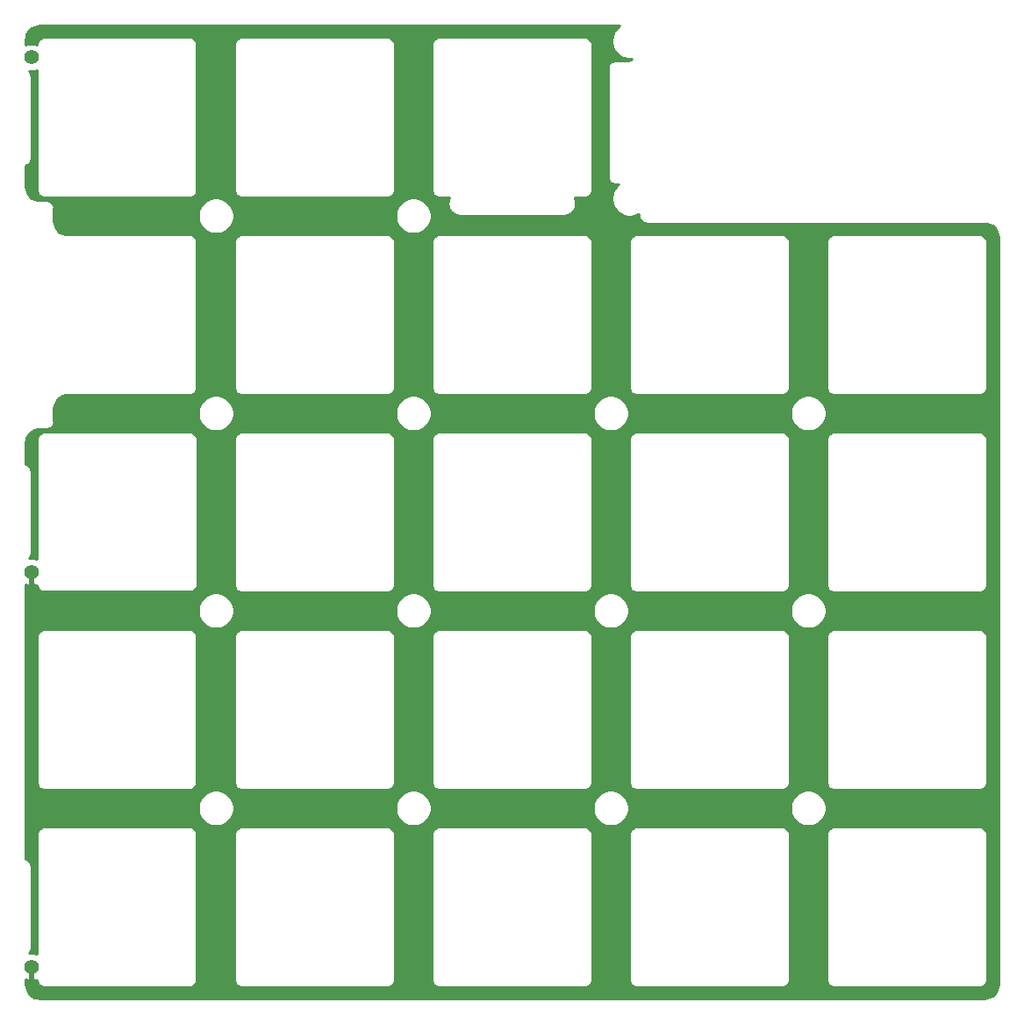
<source format=gtl>
G04 #@! TF.GenerationSoftware,KiCad,Pcbnew,(5.1.2)-2*
G04 #@! TF.CreationDate,2020-05-18T22:00:15+09:00*
G04 #@! TF.ProjectId,sekimen________,73656b69-6d65-46e2-98c8-c3d7d7ecfcc8,rev?*
G04 #@! TF.SameCoordinates,Original*
G04 #@! TF.FileFunction,Copper,L1,Top*
G04 #@! TF.FilePolarity,Positive*
%FSLAX46Y46*%
G04 Gerber Fmt 4.6, Leading zero omitted, Abs format (unit mm)*
G04 Created by KiCad (PCBNEW (5.1.2)-2) date 2020-05-18 22:00:15*
%MOMM*%
%LPD*%
G04 APERTURE LIST*
%ADD10C,1.400000*%
%ADD11C,0.500000*%
%ADD12C,0.254000*%
G04 APERTURE END LIST*
D10*
X1270000Y89480000D03*
X1270000Y39820000D03*
X1270000Y1720000D03*
D11*
X17358010Y91084688D02*
X16884688Y91558010D01*
X17358010Y57265312D02*
X17358010Y73142148D01*
X17358010Y75257852D02*
X17358010Y91084688D01*
X17191999Y57099301D02*
X17358010Y57265312D01*
X17191999Y54258159D02*
X17191999Y57099301D01*
X1270000Y38587302D02*
X2115312Y37741990D01*
X17191999Y75091841D02*
X17358010Y75257852D01*
X1270000Y39820000D02*
X1270000Y38587302D01*
X17358010Y73142148D02*
X17191999Y73308159D01*
X2115312Y37741990D02*
X16884688Y37741990D01*
X17191999Y73308159D02*
X17191999Y75091841D01*
X16884688Y37741990D02*
X18158159Y39015461D01*
X18158159Y39015461D02*
X18158159Y53291999D01*
X18158159Y53291999D02*
X17191999Y54258159D01*
X16884688Y91558010D02*
X10000000Y91558010D01*
X1270000Y38030000D02*
X1270000Y39820000D01*
X17358010Y33934688D02*
X13550708Y37741990D01*
X17000000Y18807302D02*
X17358010Y19165312D01*
X17000000Y16350158D02*
X17000000Y18807302D01*
X17358010Y19165312D02*
X17358010Y33934688D01*
X17358010Y15992148D02*
X17000000Y16350158D01*
X17358010Y115312D02*
X17358010Y15992148D01*
X16442698Y-800000D02*
X17358010Y115312D01*
X1558010Y37741990D02*
X1270000Y38030000D01*
X1900000Y-800000D02*
X16442698Y-800000D01*
X1270000Y-170000D02*
X1900000Y-800000D01*
X13550708Y37741990D02*
X1558010Y37741990D01*
X1270000Y1720000D02*
X1270000Y-170000D01*
D12*
G36*
X57844002Y92417663D02*
G01*
X57602337Y92175998D01*
X57412463Y91891831D01*
X57281675Y91576081D01*
X57215000Y91240883D01*
X57215000Y90899117D01*
X57281675Y90563919D01*
X57412463Y90248169D01*
X57602337Y89964002D01*
X57844002Y89722337D01*
X58128169Y89532463D01*
X58443919Y89401675D01*
X58779117Y89335000D01*
X59120883Y89335000D01*
X59180535Y89346865D01*
X59058310Y89280779D01*
X58813753Y89205076D01*
X58527602Y89175000D01*
X57563647Y89175000D01*
X57530000Y89178314D01*
X57496353Y89175000D01*
X57395717Y89165088D01*
X57266594Y89125919D01*
X57147593Y89062312D01*
X57043289Y88976711D01*
X56957688Y88872407D01*
X56894081Y88753406D01*
X56854912Y88624283D01*
X56841686Y88490000D01*
X56845000Y88456353D01*
X56845001Y77963657D01*
X56841686Y77930000D01*
X56854912Y77795717D01*
X56894081Y77666594D01*
X56957688Y77547593D01*
X57043289Y77443289D01*
X57147593Y77357688D01*
X57266594Y77294081D01*
X57395717Y77254912D01*
X57496353Y77245000D01*
X57530000Y77241686D01*
X57563647Y77245000D01*
X57884915Y77245000D01*
X57844002Y77217663D01*
X57602337Y76975998D01*
X57412463Y76691831D01*
X57281675Y76376081D01*
X57215000Y76040883D01*
X57215000Y75699117D01*
X57281675Y75363919D01*
X57412463Y75048169D01*
X57602337Y74764002D01*
X57844002Y74522337D01*
X58128169Y74332463D01*
X58443919Y74201675D01*
X58779117Y74135000D01*
X59120883Y74135000D01*
X59456081Y74201675D01*
X59771831Y74332463D01*
X59865000Y74394717D01*
X59865000Y74173647D01*
X59861686Y74140000D01*
X59874912Y74005717D01*
X59914081Y73876594D01*
X59977688Y73757593D01*
X60063289Y73653289D01*
X60157776Y73575745D01*
X60167593Y73567688D01*
X60286594Y73504081D01*
X60415717Y73464912D01*
X60550000Y73451686D01*
X60583647Y73455000D01*
X93166495Y73455000D01*
X93454782Y73426733D01*
X93699855Y73352741D01*
X93925890Y73232557D01*
X94124281Y73070752D01*
X94287460Y72873503D01*
X94409220Y72648313D01*
X94484924Y72403753D01*
X94515001Y72117592D01*
X94515000Y33505D01*
X94486733Y-254782D01*
X94412741Y-499855D01*
X94292554Y-725893D01*
X94130754Y-924279D01*
X93933503Y-1087460D01*
X93708310Y-1209221D01*
X93463753Y-1284924D01*
X93177602Y-1315000D01*
X2033505Y-1315000D01*
X1745218Y-1286733D01*
X1500145Y-1212741D01*
X1274107Y-1092554D01*
X1075721Y-930754D01*
X912540Y-733503D01*
X790779Y-508310D01*
X715076Y-263753D01*
X685000Y22398D01*
X685000Y519755D01*
X826242Y454066D01*
X1081740Y391817D01*
X1344473Y380610D01*
X1604344Y420875D01*
X1764580Y479378D01*
X1761686Y450000D01*
X1774912Y315717D01*
X1814081Y186594D01*
X1877688Y67593D01*
X1963289Y-36711D01*
X2046512Y-105011D01*
X2067593Y-122312D01*
X2186594Y-185919D01*
X2315717Y-225088D01*
X2450000Y-238314D01*
X2483647Y-235000D01*
X16516353Y-235000D01*
X16550000Y-238314D01*
X16684283Y-225088D01*
X16813406Y-185919D01*
X16932407Y-122312D01*
X17036711Y-36711D01*
X17122312Y67593D01*
X17185919Y186594D01*
X17225088Y315717D01*
X17235000Y416353D01*
X17235000Y416354D01*
X17238314Y450000D01*
X17235000Y483647D01*
X17235000Y14516353D01*
X17238314Y14550000D01*
X20811686Y14550000D01*
X20815001Y14516343D01*
X20815000Y483647D01*
X20811686Y450000D01*
X20824912Y315717D01*
X20864081Y186594D01*
X20927688Y67593D01*
X21013289Y-36711D01*
X21096512Y-105011D01*
X21117593Y-122312D01*
X21236594Y-185919D01*
X21365717Y-225088D01*
X21500000Y-238314D01*
X21533647Y-235000D01*
X35566353Y-235000D01*
X35600000Y-238314D01*
X35734283Y-225088D01*
X35863406Y-185919D01*
X35982407Y-122312D01*
X36086711Y-36711D01*
X36172312Y67593D01*
X36235919Y186594D01*
X36275088Y315717D01*
X36285000Y416353D01*
X36285000Y416354D01*
X36288314Y450000D01*
X36285000Y483647D01*
X36285000Y14516353D01*
X36288314Y14550000D01*
X39861686Y14550000D01*
X39865001Y14516343D01*
X39865000Y483647D01*
X39861686Y450000D01*
X39874912Y315717D01*
X39914081Y186594D01*
X39977688Y67593D01*
X40063289Y-36711D01*
X40146512Y-105011D01*
X40167593Y-122312D01*
X40286594Y-185919D01*
X40415717Y-225088D01*
X40550000Y-238314D01*
X40583647Y-235000D01*
X54616353Y-235000D01*
X54650000Y-238314D01*
X54784283Y-225088D01*
X54913406Y-185919D01*
X55032407Y-122312D01*
X55136711Y-36711D01*
X55222312Y67593D01*
X55285919Y186594D01*
X55325088Y315717D01*
X55335000Y416353D01*
X55335000Y416354D01*
X55338314Y450000D01*
X55335000Y483647D01*
X55335000Y14516353D01*
X55338314Y14550000D01*
X58911686Y14550000D01*
X58915001Y14516343D01*
X58915000Y483647D01*
X58911686Y450000D01*
X58924912Y315717D01*
X58964081Y186594D01*
X59027688Y67593D01*
X59113289Y-36711D01*
X59196512Y-105011D01*
X59217593Y-122312D01*
X59336594Y-185919D01*
X59465717Y-225088D01*
X59600000Y-238314D01*
X59633647Y-235000D01*
X73666353Y-235000D01*
X73700000Y-238314D01*
X73834283Y-225088D01*
X73963406Y-185919D01*
X74082407Y-122312D01*
X74186711Y-36711D01*
X74272312Y67593D01*
X74335919Y186594D01*
X74375088Y315717D01*
X74385000Y416353D01*
X74385000Y416354D01*
X74388314Y450000D01*
X74385000Y483647D01*
X74385000Y14516353D01*
X74388314Y14550000D01*
X77961686Y14550000D01*
X77965001Y14516343D01*
X77965000Y483647D01*
X77961686Y450000D01*
X77974912Y315717D01*
X78014081Y186594D01*
X78077688Y67593D01*
X78163289Y-36711D01*
X78246512Y-105011D01*
X78267593Y-122312D01*
X78386594Y-185919D01*
X78515717Y-225088D01*
X78650000Y-238314D01*
X78683647Y-235000D01*
X92716353Y-235000D01*
X92750000Y-238314D01*
X92884283Y-225088D01*
X93013406Y-185919D01*
X93132407Y-122312D01*
X93236711Y-36711D01*
X93322312Y67593D01*
X93385919Y186594D01*
X93425088Y315717D01*
X93435000Y416353D01*
X93435000Y416354D01*
X93438314Y450000D01*
X93435000Y483647D01*
X93435000Y14516353D01*
X93438314Y14550000D01*
X93425088Y14684283D01*
X93385919Y14813406D01*
X93322312Y14932407D01*
X93236711Y15036711D01*
X93132407Y15122312D01*
X93013406Y15185919D01*
X92884283Y15225088D01*
X92783647Y15235000D01*
X92750000Y15238314D01*
X92716353Y15235000D01*
X78683647Y15235000D01*
X78650000Y15238314D01*
X78616353Y15235000D01*
X78515717Y15225088D01*
X78386594Y15185919D01*
X78267593Y15122312D01*
X78163289Y15036711D01*
X78077688Y14932407D01*
X78014081Y14813406D01*
X77974912Y14684283D01*
X77961686Y14550000D01*
X74388314Y14550000D01*
X74375088Y14684283D01*
X74335919Y14813406D01*
X74272312Y14932407D01*
X74186711Y15036711D01*
X74082407Y15122312D01*
X73963406Y15185919D01*
X73834283Y15225088D01*
X73733647Y15235000D01*
X73700000Y15238314D01*
X73666353Y15235000D01*
X59633647Y15235000D01*
X59600000Y15238314D01*
X59566353Y15235000D01*
X59465717Y15225088D01*
X59336594Y15185919D01*
X59217593Y15122312D01*
X59113289Y15036711D01*
X59027688Y14932407D01*
X58964081Y14813406D01*
X58924912Y14684283D01*
X58911686Y14550000D01*
X55338314Y14550000D01*
X55325088Y14684283D01*
X55285919Y14813406D01*
X55222312Y14932407D01*
X55136711Y15036711D01*
X55032407Y15122312D01*
X54913406Y15185919D01*
X54784283Y15225088D01*
X54683647Y15235000D01*
X54650000Y15238314D01*
X54616353Y15235000D01*
X40583647Y15235000D01*
X40550000Y15238314D01*
X40516353Y15235000D01*
X40415717Y15225088D01*
X40286594Y15185919D01*
X40167593Y15122312D01*
X40063289Y15036711D01*
X39977688Y14932407D01*
X39914081Y14813406D01*
X39874912Y14684283D01*
X39861686Y14550000D01*
X36288314Y14550000D01*
X36275088Y14684283D01*
X36235919Y14813406D01*
X36172312Y14932407D01*
X36086711Y15036711D01*
X35982407Y15122312D01*
X35863406Y15185919D01*
X35734283Y15225088D01*
X35633647Y15235000D01*
X35600000Y15238314D01*
X35566353Y15235000D01*
X21533647Y15235000D01*
X21500000Y15238314D01*
X21466353Y15235000D01*
X21365717Y15225088D01*
X21236594Y15185919D01*
X21117593Y15122312D01*
X21013289Y15036711D01*
X20927688Y14932407D01*
X20864081Y14813406D01*
X20824912Y14684283D01*
X20811686Y14550000D01*
X17238314Y14550000D01*
X17225088Y14684283D01*
X17185919Y14813406D01*
X17122312Y14932407D01*
X17036711Y15036711D01*
X16932407Y15122312D01*
X16813406Y15185919D01*
X16684283Y15225088D01*
X16583647Y15235000D01*
X16550000Y15238314D01*
X16516353Y15235000D01*
X2483647Y15235000D01*
X2450000Y15238314D01*
X2416353Y15235000D01*
X2315717Y15225088D01*
X2186594Y15185919D01*
X2067593Y15122312D01*
X1963289Y15036711D01*
X1877688Y14932407D01*
X1814081Y14813406D01*
X1774912Y14684283D01*
X1761686Y14550000D01*
X1765001Y14516343D01*
X1765000Y2962102D01*
X1713758Y2985934D01*
X1458260Y3048183D01*
X1195527Y3059390D01*
X999636Y3029038D01*
X1072312Y3117593D01*
X1135919Y3236594D01*
X1175088Y3365717D01*
X1178560Y3400971D01*
X1189803Y3410197D01*
X1205597Y3429443D01*
X1217333Y3451399D01*
X1224560Y3475224D01*
X1227000Y3500000D01*
X1227000Y11500000D01*
X1224560Y11524776D01*
X1217333Y11548601D01*
X1205597Y11570557D01*
X1189803Y11589803D01*
X1178560Y11599029D01*
X1175088Y11634283D01*
X1135919Y11763406D01*
X1072312Y11882407D01*
X986711Y11986711D01*
X882407Y12072312D01*
X763406Y12135919D01*
X685000Y12159703D01*
X685000Y17220883D01*
X17315000Y17220883D01*
X17315000Y16879117D01*
X17381675Y16543919D01*
X17512463Y16228169D01*
X17702337Y15944002D01*
X17944002Y15702337D01*
X18228169Y15512463D01*
X18543919Y15381675D01*
X18879117Y15315000D01*
X19220883Y15315000D01*
X19556081Y15381675D01*
X19871831Y15512463D01*
X20155998Y15702337D01*
X20397663Y15944002D01*
X20587537Y16228169D01*
X20718325Y16543919D01*
X20785000Y16879117D01*
X20785000Y17220883D01*
X36365000Y17220883D01*
X36365000Y16879117D01*
X36431675Y16543919D01*
X36562463Y16228169D01*
X36752337Y15944002D01*
X36994002Y15702337D01*
X37278169Y15512463D01*
X37593919Y15381675D01*
X37929117Y15315000D01*
X38270883Y15315000D01*
X38606081Y15381675D01*
X38921831Y15512463D01*
X39205998Y15702337D01*
X39447663Y15944002D01*
X39637537Y16228169D01*
X39768325Y16543919D01*
X39835000Y16879117D01*
X39835000Y17220883D01*
X55415000Y17220883D01*
X55415000Y16879117D01*
X55481675Y16543919D01*
X55612463Y16228169D01*
X55802337Y15944002D01*
X56044002Y15702337D01*
X56328169Y15512463D01*
X56643919Y15381675D01*
X56979117Y15315000D01*
X57320883Y15315000D01*
X57656081Y15381675D01*
X57971831Y15512463D01*
X58255998Y15702337D01*
X58497663Y15944002D01*
X58687537Y16228169D01*
X58818325Y16543919D01*
X58885000Y16879117D01*
X58885000Y17220883D01*
X74465000Y17220883D01*
X74465000Y16879117D01*
X74531675Y16543919D01*
X74662463Y16228169D01*
X74852337Y15944002D01*
X75094002Y15702337D01*
X75378169Y15512463D01*
X75693919Y15381675D01*
X76029117Y15315000D01*
X76370883Y15315000D01*
X76706081Y15381675D01*
X77021831Y15512463D01*
X77305998Y15702337D01*
X77547663Y15944002D01*
X77737537Y16228169D01*
X77868325Y16543919D01*
X77935000Y16879117D01*
X77935000Y17220883D01*
X77868325Y17556081D01*
X77737537Y17871831D01*
X77547663Y18155998D01*
X77305998Y18397663D01*
X77021831Y18587537D01*
X76706081Y18718325D01*
X76370883Y18785000D01*
X76029117Y18785000D01*
X75693919Y18718325D01*
X75378169Y18587537D01*
X75094002Y18397663D01*
X74852337Y18155998D01*
X74662463Y17871831D01*
X74531675Y17556081D01*
X74465000Y17220883D01*
X58885000Y17220883D01*
X58818325Y17556081D01*
X58687537Y17871831D01*
X58497663Y18155998D01*
X58255998Y18397663D01*
X57971831Y18587537D01*
X57656081Y18718325D01*
X57320883Y18785000D01*
X56979117Y18785000D01*
X56643919Y18718325D01*
X56328169Y18587537D01*
X56044002Y18397663D01*
X55802337Y18155998D01*
X55612463Y17871831D01*
X55481675Y17556081D01*
X55415000Y17220883D01*
X39835000Y17220883D01*
X39768325Y17556081D01*
X39637537Y17871831D01*
X39447663Y18155998D01*
X39205998Y18397663D01*
X38921831Y18587537D01*
X38606081Y18718325D01*
X38270883Y18785000D01*
X37929117Y18785000D01*
X37593919Y18718325D01*
X37278169Y18587537D01*
X36994002Y18397663D01*
X36752337Y18155998D01*
X36562463Y17871831D01*
X36431675Y17556081D01*
X36365000Y17220883D01*
X20785000Y17220883D01*
X20718325Y17556081D01*
X20587537Y17871831D01*
X20397663Y18155998D01*
X20155998Y18397663D01*
X19871831Y18587537D01*
X19556081Y18718325D01*
X19220883Y18785000D01*
X18879117Y18785000D01*
X18543919Y18718325D01*
X18228169Y18587537D01*
X17944002Y18397663D01*
X17702337Y18155998D01*
X17512463Y17871831D01*
X17381675Y17556081D01*
X17315000Y17220883D01*
X685000Y17220883D01*
X685000Y33600000D01*
X1761686Y33600000D01*
X1765001Y33566343D01*
X1765000Y19533647D01*
X1761686Y19500000D01*
X1774912Y19365717D01*
X1814081Y19236594D01*
X1877688Y19117593D01*
X1963289Y19013289D01*
X2067593Y18927688D01*
X2186594Y18864081D01*
X2315717Y18824912D01*
X2450000Y18811686D01*
X2483647Y18815000D01*
X16516353Y18815000D01*
X16550000Y18811686D01*
X16684283Y18824912D01*
X16813406Y18864081D01*
X16932407Y18927688D01*
X17036711Y19013289D01*
X17122312Y19117593D01*
X17185919Y19236594D01*
X17225088Y19365717D01*
X17235000Y19466353D01*
X17235000Y19466354D01*
X17238314Y19500000D01*
X17235000Y19533647D01*
X17235000Y33566353D01*
X17238314Y33600000D01*
X20811686Y33600000D01*
X20815001Y33566343D01*
X20815000Y19533647D01*
X20811686Y19500000D01*
X20824912Y19365717D01*
X20864081Y19236594D01*
X20927688Y19117593D01*
X21013289Y19013289D01*
X21117593Y18927688D01*
X21236594Y18864081D01*
X21365717Y18824912D01*
X21500000Y18811686D01*
X21533647Y18815000D01*
X35566353Y18815000D01*
X35600000Y18811686D01*
X35734283Y18824912D01*
X35863406Y18864081D01*
X35982407Y18927688D01*
X36086711Y19013289D01*
X36172312Y19117593D01*
X36235919Y19236594D01*
X36275088Y19365717D01*
X36285000Y19466353D01*
X36285000Y19466354D01*
X36288314Y19500000D01*
X36285000Y19533647D01*
X36285000Y33566353D01*
X36288314Y33600000D01*
X39861686Y33600000D01*
X39865001Y33566343D01*
X39865000Y19533647D01*
X39861686Y19500000D01*
X39874912Y19365717D01*
X39914081Y19236594D01*
X39977688Y19117593D01*
X40063289Y19013289D01*
X40167593Y18927688D01*
X40286594Y18864081D01*
X40415717Y18824912D01*
X40550000Y18811686D01*
X40583647Y18815000D01*
X54616353Y18815000D01*
X54650000Y18811686D01*
X54784283Y18824912D01*
X54913406Y18864081D01*
X55032407Y18927688D01*
X55136711Y19013289D01*
X55222312Y19117593D01*
X55285919Y19236594D01*
X55325088Y19365717D01*
X55335000Y19466353D01*
X55335000Y19466354D01*
X55338314Y19500000D01*
X55335000Y19533647D01*
X55335000Y33566353D01*
X55338314Y33600000D01*
X58911686Y33600000D01*
X58915001Y33566343D01*
X58915000Y19533647D01*
X58911686Y19500000D01*
X58924912Y19365717D01*
X58964081Y19236594D01*
X59027688Y19117593D01*
X59113289Y19013289D01*
X59217593Y18927688D01*
X59336594Y18864081D01*
X59465717Y18824912D01*
X59600000Y18811686D01*
X59633647Y18815000D01*
X73666353Y18815000D01*
X73700000Y18811686D01*
X73834283Y18824912D01*
X73963406Y18864081D01*
X74082407Y18927688D01*
X74186711Y19013289D01*
X74272312Y19117593D01*
X74335919Y19236594D01*
X74375088Y19365717D01*
X74385000Y19466353D01*
X74385000Y19466354D01*
X74388314Y19500000D01*
X74385000Y19533647D01*
X74385000Y33566353D01*
X74388314Y33600000D01*
X77961686Y33600000D01*
X77965001Y33566343D01*
X77965000Y19533647D01*
X77961686Y19500000D01*
X77974912Y19365717D01*
X78014081Y19236594D01*
X78077688Y19117593D01*
X78163289Y19013289D01*
X78267593Y18927688D01*
X78386594Y18864081D01*
X78515717Y18824912D01*
X78650000Y18811686D01*
X78683647Y18815000D01*
X92716353Y18815000D01*
X92750000Y18811686D01*
X92884283Y18824912D01*
X93013406Y18864081D01*
X93132407Y18927688D01*
X93236711Y19013289D01*
X93322312Y19117593D01*
X93385919Y19236594D01*
X93425088Y19365717D01*
X93435000Y19466353D01*
X93435000Y19466354D01*
X93438314Y19500000D01*
X93435000Y19533647D01*
X93435000Y33566353D01*
X93438314Y33600000D01*
X93425088Y33734283D01*
X93385919Y33863406D01*
X93322312Y33982407D01*
X93236711Y34086711D01*
X93132407Y34172312D01*
X93013406Y34235919D01*
X92884283Y34275088D01*
X92783647Y34285000D01*
X92750000Y34288314D01*
X92716353Y34285000D01*
X78683647Y34285000D01*
X78650000Y34288314D01*
X78616353Y34285000D01*
X78515717Y34275088D01*
X78386594Y34235919D01*
X78267593Y34172312D01*
X78163289Y34086711D01*
X78077688Y33982407D01*
X78014081Y33863406D01*
X77974912Y33734283D01*
X77961686Y33600000D01*
X74388314Y33600000D01*
X74375088Y33734283D01*
X74335919Y33863406D01*
X74272312Y33982407D01*
X74186711Y34086711D01*
X74082407Y34172312D01*
X73963406Y34235919D01*
X73834283Y34275088D01*
X73733647Y34285000D01*
X73700000Y34288314D01*
X73666353Y34285000D01*
X59633647Y34285000D01*
X59600000Y34288314D01*
X59566353Y34285000D01*
X59465717Y34275088D01*
X59336594Y34235919D01*
X59217593Y34172312D01*
X59113289Y34086711D01*
X59027688Y33982407D01*
X58964081Y33863406D01*
X58924912Y33734283D01*
X58911686Y33600000D01*
X55338314Y33600000D01*
X55325088Y33734283D01*
X55285919Y33863406D01*
X55222312Y33982407D01*
X55136711Y34086711D01*
X55032407Y34172312D01*
X54913406Y34235919D01*
X54784283Y34275088D01*
X54683647Y34285000D01*
X54650000Y34288314D01*
X54616353Y34285000D01*
X40583647Y34285000D01*
X40550000Y34288314D01*
X40516353Y34285000D01*
X40415717Y34275088D01*
X40286594Y34235919D01*
X40167593Y34172312D01*
X40063289Y34086711D01*
X39977688Y33982407D01*
X39914081Y33863406D01*
X39874912Y33734283D01*
X39861686Y33600000D01*
X36288314Y33600000D01*
X36275088Y33734283D01*
X36235919Y33863406D01*
X36172312Y33982407D01*
X36086711Y34086711D01*
X35982407Y34172312D01*
X35863406Y34235919D01*
X35734283Y34275088D01*
X35633647Y34285000D01*
X35600000Y34288314D01*
X35566353Y34285000D01*
X21533647Y34285000D01*
X21500000Y34288314D01*
X21466353Y34285000D01*
X21365717Y34275088D01*
X21236594Y34235919D01*
X21117593Y34172312D01*
X21013289Y34086711D01*
X20927688Y33982407D01*
X20864081Y33863406D01*
X20824912Y33734283D01*
X20811686Y33600000D01*
X17238314Y33600000D01*
X17225088Y33734283D01*
X17185919Y33863406D01*
X17122312Y33982407D01*
X17036711Y34086711D01*
X16932407Y34172312D01*
X16813406Y34235919D01*
X16684283Y34275088D01*
X16583647Y34285000D01*
X16550000Y34288314D01*
X16516353Y34285000D01*
X2483647Y34285000D01*
X2450000Y34288314D01*
X2416353Y34285000D01*
X2315717Y34275088D01*
X2186594Y34235919D01*
X2067593Y34172312D01*
X1963289Y34086711D01*
X1877688Y33982407D01*
X1814081Y33863406D01*
X1774912Y33734283D01*
X1761686Y33600000D01*
X685000Y33600000D01*
X685000Y36270883D01*
X17315000Y36270883D01*
X17315000Y35929117D01*
X17381675Y35593919D01*
X17512463Y35278169D01*
X17702337Y34994002D01*
X17944002Y34752337D01*
X18228169Y34562463D01*
X18543919Y34431675D01*
X18879117Y34365000D01*
X19220883Y34365000D01*
X19556081Y34431675D01*
X19871831Y34562463D01*
X20155998Y34752337D01*
X20397663Y34994002D01*
X20587537Y35278169D01*
X20718325Y35593919D01*
X20785000Y35929117D01*
X20785000Y36270883D01*
X36365000Y36270883D01*
X36365000Y35929117D01*
X36431675Y35593919D01*
X36562463Y35278169D01*
X36752337Y34994002D01*
X36994002Y34752337D01*
X37278169Y34562463D01*
X37593919Y34431675D01*
X37929117Y34365000D01*
X38270883Y34365000D01*
X38606081Y34431675D01*
X38921831Y34562463D01*
X39205998Y34752337D01*
X39447663Y34994002D01*
X39637537Y35278169D01*
X39768325Y35593919D01*
X39835000Y35929117D01*
X39835000Y36270883D01*
X55415000Y36270883D01*
X55415000Y35929117D01*
X55481675Y35593919D01*
X55612463Y35278169D01*
X55802337Y34994002D01*
X56044002Y34752337D01*
X56328169Y34562463D01*
X56643919Y34431675D01*
X56979117Y34365000D01*
X57320883Y34365000D01*
X57656081Y34431675D01*
X57971831Y34562463D01*
X58255998Y34752337D01*
X58497663Y34994002D01*
X58687537Y35278169D01*
X58818325Y35593919D01*
X58885000Y35929117D01*
X58885000Y36270883D01*
X74465000Y36270883D01*
X74465000Y35929117D01*
X74531675Y35593919D01*
X74662463Y35278169D01*
X74852337Y34994002D01*
X75094002Y34752337D01*
X75378169Y34562463D01*
X75693919Y34431675D01*
X76029117Y34365000D01*
X76370883Y34365000D01*
X76706081Y34431675D01*
X77021831Y34562463D01*
X77305998Y34752337D01*
X77547663Y34994002D01*
X77737537Y35278169D01*
X77868325Y35593919D01*
X77935000Y35929117D01*
X77935000Y36270883D01*
X77868325Y36606081D01*
X77737537Y36921831D01*
X77547663Y37205998D01*
X77305998Y37447663D01*
X77021831Y37637537D01*
X76706081Y37768325D01*
X76370883Y37835000D01*
X76029117Y37835000D01*
X75693919Y37768325D01*
X75378169Y37637537D01*
X75094002Y37447663D01*
X74852337Y37205998D01*
X74662463Y36921831D01*
X74531675Y36606081D01*
X74465000Y36270883D01*
X58885000Y36270883D01*
X58818325Y36606081D01*
X58687537Y36921831D01*
X58497663Y37205998D01*
X58255998Y37447663D01*
X57971831Y37637537D01*
X57656081Y37768325D01*
X57320883Y37835000D01*
X56979117Y37835000D01*
X56643919Y37768325D01*
X56328169Y37637537D01*
X56044002Y37447663D01*
X55802337Y37205998D01*
X55612463Y36921831D01*
X55481675Y36606081D01*
X55415000Y36270883D01*
X39835000Y36270883D01*
X39768325Y36606081D01*
X39637537Y36921831D01*
X39447663Y37205998D01*
X39205998Y37447663D01*
X38921831Y37637537D01*
X38606081Y37768325D01*
X38270883Y37835000D01*
X37929117Y37835000D01*
X37593919Y37768325D01*
X37278169Y37637537D01*
X36994002Y37447663D01*
X36752337Y37205998D01*
X36562463Y36921831D01*
X36431675Y36606081D01*
X36365000Y36270883D01*
X20785000Y36270883D01*
X20718325Y36606081D01*
X20587537Y36921831D01*
X20397663Y37205998D01*
X20155998Y37447663D01*
X19871831Y37637537D01*
X19556081Y37768325D01*
X19220883Y37835000D01*
X18879117Y37835000D01*
X18543919Y37768325D01*
X18228169Y37637537D01*
X17944002Y37447663D01*
X17702337Y37205998D01*
X17512463Y36921831D01*
X17381675Y36606081D01*
X17315000Y36270883D01*
X685000Y36270883D01*
X685000Y38619755D01*
X826242Y38554066D01*
X1081740Y38491817D01*
X1344473Y38480610D01*
X1604344Y38520875D01*
X1764580Y38579378D01*
X1761686Y38550000D01*
X1774912Y38415717D01*
X1814081Y38286594D01*
X1877688Y38167593D01*
X1963289Y38063289D01*
X2067593Y37977688D01*
X2186594Y37914081D01*
X2315717Y37874912D01*
X2450000Y37861686D01*
X2483647Y37865000D01*
X16516353Y37865000D01*
X16550000Y37861686D01*
X16684283Y37874912D01*
X16813406Y37914081D01*
X16932407Y37977688D01*
X17036711Y38063289D01*
X17122312Y38167593D01*
X17185919Y38286594D01*
X17225088Y38415717D01*
X17235000Y38516353D01*
X17235000Y38516354D01*
X17238314Y38550000D01*
X17235000Y38583647D01*
X17235000Y52616353D01*
X17238314Y52650000D01*
X20811686Y52650000D01*
X20815001Y52616343D01*
X20815000Y38583647D01*
X20811686Y38550000D01*
X20824912Y38415717D01*
X20864081Y38286594D01*
X20927688Y38167593D01*
X21013289Y38063289D01*
X21117593Y37977688D01*
X21236594Y37914081D01*
X21365717Y37874912D01*
X21500000Y37861686D01*
X21533647Y37865000D01*
X35566353Y37865000D01*
X35600000Y37861686D01*
X35734283Y37874912D01*
X35863406Y37914081D01*
X35982407Y37977688D01*
X36086711Y38063289D01*
X36172312Y38167593D01*
X36235919Y38286594D01*
X36275088Y38415717D01*
X36285000Y38516353D01*
X36285000Y38516354D01*
X36288314Y38550000D01*
X36285000Y38583647D01*
X36285000Y52616353D01*
X36288314Y52650000D01*
X39861686Y52650000D01*
X39865001Y52616343D01*
X39865000Y38583647D01*
X39861686Y38550000D01*
X39874912Y38415717D01*
X39914081Y38286594D01*
X39977688Y38167593D01*
X40063289Y38063289D01*
X40167593Y37977688D01*
X40286594Y37914081D01*
X40415717Y37874912D01*
X40550000Y37861686D01*
X40583647Y37865000D01*
X54616353Y37865000D01*
X54650000Y37861686D01*
X54784283Y37874912D01*
X54913406Y37914081D01*
X55032407Y37977688D01*
X55136711Y38063289D01*
X55222312Y38167593D01*
X55285919Y38286594D01*
X55325088Y38415717D01*
X55335000Y38516353D01*
X55335000Y38516354D01*
X55338314Y38550000D01*
X55335000Y38583647D01*
X55335000Y52616353D01*
X55338314Y52650000D01*
X58911686Y52650000D01*
X58915001Y52616343D01*
X58915000Y38583647D01*
X58911686Y38550000D01*
X58924912Y38415717D01*
X58964081Y38286594D01*
X59027688Y38167593D01*
X59113289Y38063289D01*
X59217593Y37977688D01*
X59336594Y37914081D01*
X59465717Y37874912D01*
X59600000Y37861686D01*
X59633647Y37865000D01*
X73666353Y37865000D01*
X73700000Y37861686D01*
X73834283Y37874912D01*
X73963406Y37914081D01*
X74082407Y37977688D01*
X74186711Y38063289D01*
X74272312Y38167593D01*
X74335919Y38286594D01*
X74375088Y38415717D01*
X74385000Y38516353D01*
X74385000Y38516354D01*
X74388314Y38550000D01*
X74385000Y38583647D01*
X74385000Y52616353D01*
X74388314Y52650000D01*
X77961686Y52650000D01*
X77965001Y52616343D01*
X77965000Y38583647D01*
X77961686Y38550000D01*
X77974912Y38415717D01*
X78014081Y38286594D01*
X78077688Y38167593D01*
X78163289Y38063289D01*
X78267593Y37977688D01*
X78386594Y37914081D01*
X78515717Y37874912D01*
X78650000Y37861686D01*
X78683647Y37865000D01*
X92716353Y37865000D01*
X92750000Y37861686D01*
X92884283Y37874912D01*
X93013406Y37914081D01*
X93132407Y37977688D01*
X93236711Y38063289D01*
X93322312Y38167593D01*
X93385919Y38286594D01*
X93425088Y38415717D01*
X93435000Y38516353D01*
X93435000Y38516354D01*
X93438314Y38550000D01*
X93435000Y38583647D01*
X93435000Y52616353D01*
X93438314Y52650000D01*
X93425088Y52784283D01*
X93385919Y52913406D01*
X93322312Y53032407D01*
X93236711Y53136711D01*
X93132407Y53222312D01*
X93013406Y53285919D01*
X92884283Y53325088D01*
X92783647Y53335000D01*
X92750000Y53338314D01*
X92716353Y53335000D01*
X78683647Y53335000D01*
X78650000Y53338314D01*
X78616353Y53335000D01*
X78515717Y53325088D01*
X78386594Y53285919D01*
X78267593Y53222312D01*
X78163289Y53136711D01*
X78077688Y53032407D01*
X78014081Y52913406D01*
X77974912Y52784283D01*
X77961686Y52650000D01*
X74388314Y52650000D01*
X74375088Y52784283D01*
X74335919Y52913406D01*
X74272312Y53032407D01*
X74186711Y53136711D01*
X74082407Y53222312D01*
X73963406Y53285919D01*
X73834283Y53325088D01*
X73733647Y53335000D01*
X73700000Y53338314D01*
X73666353Y53335000D01*
X59633647Y53335000D01*
X59600000Y53338314D01*
X59566353Y53335000D01*
X59465717Y53325088D01*
X59336594Y53285919D01*
X59217593Y53222312D01*
X59113289Y53136711D01*
X59027688Y53032407D01*
X58964081Y52913406D01*
X58924912Y52784283D01*
X58911686Y52650000D01*
X55338314Y52650000D01*
X55325088Y52784283D01*
X55285919Y52913406D01*
X55222312Y53032407D01*
X55136711Y53136711D01*
X55032407Y53222312D01*
X54913406Y53285919D01*
X54784283Y53325088D01*
X54683647Y53335000D01*
X54650000Y53338314D01*
X54616353Y53335000D01*
X40583647Y53335000D01*
X40550000Y53338314D01*
X40516353Y53335000D01*
X40415717Y53325088D01*
X40286594Y53285919D01*
X40167593Y53222312D01*
X40063289Y53136711D01*
X39977688Y53032407D01*
X39914081Y52913406D01*
X39874912Y52784283D01*
X39861686Y52650000D01*
X36288314Y52650000D01*
X36275088Y52784283D01*
X36235919Y52913406D01*
X36172312Y53032407D01*
X36086711Y53136711D01*
X35982407Y53222312D01*
X35863406Y53285919D01*
X35734283Y53325088D01*
X35633647Y53335000D01*
X35600000Y53338314D01*
X35566353Y53335000D01*
X21533647Y53335000D01*
X21500000Y53338314D01*
X21466353Y53335000D01*
X21365717Y53325088D01*
X21236594Y53285919D01*
X21117593Y53222312D01*
X21013289Y53136711D01*
X20927688Y53032407D01*
X20864081Y52913406D01*
X20824912Y52784283D01*
X20811686Y52650000D01*
X17238314Y52650000D01*
X17225088Y52784283D01*
X17185919Y52913406D01*
X17122312Y53032407D01*
X17036711Y53136711D01*
X16932407Y53222312D01*
X16813406Y53285919D01*
X16684283Y53325088D01*
X16583647Y53335000D01*
X16550000Y53338314D01*
X16516353Y53335000D01*
X2483647Y53335000D01*
X2450000Y53338314D01*
X2416353Y53335000D01*
X2315717Y53325088D01*
X2186594Y53285919D01*
X2067593Y53222312D01*
X1963289Y53136711D01*
X1877688Y53032407D01*
X1814081Y52913406D01*
X1774912Y52784283D01*
X1761686Y52650000D01*
X1765001Y52616343D01*
X1765000Y41062102D01*
X1713758Y41085934D01*
X1458260Y41148183D01*
X1195527Y41159390D01*
X999636Y41129038D01*
X1072312Y41217593D01*
X1135919Y41336594D01*
X1175088Y41465717D01*
X1178560Y41500971D01*
X1189803Y41510197D01*
X1205597Y41529443D01*
X1217333Y41551399D01*
X1224560Y41575224D01*
X1227000Y41600000D01*
X1227000Y49600000D01*
X1224560Y49624776D01*
X1217333Y49648601D01*
X1205597Y49670557D01*
X1189803Y49689803D01*
X1178560Y49699029D01*
X1175088Y49734283D01*
X1135919Y49863406D01*
X1072312Y49982407D01*
X986711Y50086711D01*
X882407Y50172312D01*
X763406Y50235919D01*
X685000Y50259703D01*
X685000Y52266495D01*
X713267Y52554782D01*
X787259Y52799855D01*
X907443Y53025890D01*
X1069248Y53224281D01*
X1266497Y53387460D01*
X1491687Y53509220D01*
X1736247Y53584924D01*
X2022398Y53615000D01*
X2691353Y53615000D01*
X2725000Y53611686D01*
X2796254Y53618704D01*
X2859283Y53624912D01*
X2988406Y53664081D01*
X3107407Y53727688D01*
X3211711Y53813289D01*
X3297312Y53917593D01*
X3360919Y54036594D01*
X3400088Y54165717D01*
X3413314Y54300000D01*
X3410000Y54333647D01*
X3410000Y55320883D01*
X17315000Y55320883D01*
X17315000Y54979117D01*
X17381675Y54643919D01*
X17512463Y54328169D01*
X17702337Y54044002D01*
X17944002Y53802337D01*
X18228169Y53612463D01*
X18543919Y53481675D01*
X18879117Y53415000D01*
X19220883Y53415000D01*
X19556081Y53481675D01*
X19871831Y53612463D01*
X20155998Y53802337D01*
X20397663Y54044002D01*
X20587537Y54328169D01*
X20718325Y54643919D01*
X20785000Y54979117D01*
X20785000Y55320883D01*
X36365000Y55320883D01*
X36365000Y54979117D01*
X36431675Y54643919D01*
X36562463Y54328169D01*
X36752337Y54044002D01*
X36994002Y53802337D01*
X37278169Y53612463D01*
X37593919Y53481675D01*
X37929117Y53415000D01*
X38270883Y53415000D01*
X38606081Y53481675D01*
X38921831Y53612463D01*
X39205998Y53802337D01*
X39447663Y54044002D01*
X39637537Y54328169D01*
X39768325Y54643919D01*
X39835000Y54979117D01*
X39835000Y55320883D01*
X55415000Y55320883D01*
X55415000Y54979117D01*
X55481675Y54643919D01*
X55612463Y54328169D01*
X55802337Y54044002D01*
X56044002Y53802337D01*
X56328169Y53612463D01*
X56643919Y53481675D01*
X56979117Y53415000D01*
X57320883Y53415000D01*
X57656081Y53481675D01*
X57971831Y53612463D01*
X58255998Y53802337D01*
X58497663Y54044002D01*
X58687537Y54328169D01*
X58818325Y54643919D01*
X58885000Y54979117D01*
X58885000Y55320883D01*
X74465000Y55320883D01*
X74465000Y54979117D01*
X74531675Y54643919D01*
X74662463Y54328169D01*
X74852337Y54044002D01*
X75094002Y53802337D01*
X75378169Y53612463D01*
X75693919Y53481675D01*
X76029117Y53415000D01*
X76370883Y53415000D01*
X76706081Y53481675D01*
X77021831Y53612463D01*
X77305998Y53802337D01*
X77547663Y54044002D01*
X77737537Y54328169D01*
X77868325Y54643919D01*
X77935000Y54979117D01*
X77935000Y55320883D01*
X77868325Y55656081D01*
X77737537Y55971831D01*
X77547663Y56255998D01*
X77305998Y56497663D01*
X77021831Y56687537D01*
X76706081Y56818325D01*
X76370883Y56885000D01*
X76029117Y56885000D01*
X75693919Y56818325D01*
X75378169Y56687537D01*
X75094002Y56497663D01*
X74852337Y56255998D01*
X74662463Y55971831D01*
X74531675Y55656081D01*
X74465000Y55320883D01*
X58885000Y55320883D01*
X58818325Y55656081D01*
X58687537Y55971831D01*
X58497663Y56255998D01*
X58255998Y56497663D01*
X57971831Y56687537D01*
X57656081Y56818325D01*
X57320883Y56885000D01*
X56979117Y56885000D01*
X56643919Y56818325D01*
X56328169Y56687537D01*
X56044002Y56497663D01*
X55802337Y56255998D01*
X55612463Y55971831D01*
X55481675Y55656081D01*
X55415000Y55320883D01*
X39835000Y55320883D01*
X39768325Y55656081D01*
X39637537Y55971831D01*
X39447663Y56255998D01*
X39205998Y56497663D01*
X38921831Y56687537D01*
X38606081Y56818325D01*
X38270883Y56885000D01*
X37929117Y56885000D01*
X37593919Y56818325D01*
X37278169Y56687537D01*
X36994002Y56497663D01*
X36752337Y56255998D01*
X36562463Y55971831D01*
X36431675Y55656081D01*
X36365000Y55320883D01*
X20785000Y55320883D01*
X20718325Y55656081D01*
X20587537Y55971831D01*
X20397663Y56255998D01*
X20155998Y56497663D01*
X19871831Y56687537D01*
X19556081Y56818325D01*
X19220883Y56885000D01*
X18879117Y56885000D01*
X18543919Y56818325D01*
X18228169Y56687537D01*
X17944002Y56497663D01*
X17702337Y56255998D01*
X17512463Y55971831D01*
X17381675Y55656081D01*
X17315000Y55320883D01*
X3410000Y55320883D01*
X3410000Y55566495D01*
X3438267Y55854782D01*
X3512259Y56099855D01*
X3632443Y56325890D01*
X3794248Y56524281D01*
X3991497Y56687460D01*
X4216687Y56809220D01*
X4461247Y56884924D01*
X4747398Y56915000D01*
X16516353Y56915000D01*
X16550000Y56911686D01*
X16621254Y56918704D01*
X16684283Y56924912D01*
X16813406Y56964081D01*
X16932407Y57027688D01*
X17036711Y57113289D01*
X17122312Y57217593D01*
X17185919Y57336594D01*
X17225088Y57465717D01*
X17238314Y57600000D01*
X17235000Y57633647D01*
X17235000Y71666353D01*
X17238314Y71700000D01*
X20811686Y71700000D01*
X20815001Y71666343D01*
X20815000Y57633647D01*
X20811686Y57600000D01*
X20824912Y57465717D01*
X20864081Y57336594D01*
X20927688Y57217593D01*
X21013289Y57113289D01*
X21117593Y57027688D01*
X21236594Y56964081D01*
X21365717Y56924912D01*
X21428747Y56918704D01*
X21500000Y56911686D01*
X21533647Y56915000D01*
X35566353Y56915000D01*
X35600000Y56911686D01*
X35671254Y56918704D01*
X35734283Y56924912D01*
X35863406Y56964081D01*
X35982407Y57027688D01*
X36086711Y57113289D01*
X36172312Y57217593D01*
X36235919Y57336594D01*
X36275088Y57465717D01*
X36288314Y57600000D01*
X36285000Y57633647D01*
X36285000Y71666353D01*
X36288314Y71700000D01*
X39861686Y71700000D01*
X39865001Y71666343D01*
X39865000Y57633647D01*
X39861686Y57600000D01*
X39874912Y57465717D01*
X39914081Y57336594D01*
X39977688Y57217593D01*
X40063289Y57113289D01*
X40167593Y57027688D01*
X40286594Y56964081D01*
X40415717Y56924912D01*
X40478747Y56918704D01*
X40550000Y56911686D01*
X40583647Y56915000D01*
X54616353Y56915000D01*
X54650000Y56911686D01*
X54721254Y56918704D01*
X54784283Y56924912D01*
X54913406Y56964081D01*
X55032407Y57027688D01*
X55136711Y57113289D01*
X55222312Y57217593D01*
X55285919Y57336594D01*
X55325088Y57465717D01*
X55338314Y57600000D01*
X55335000Y57633647D01*
X55335000Y71666353D01*
X55338314Y71700000D01*
X58911686Y71700000D01*
X58915001Y71666343D01*
X58915000Y57633647D01*
X58911686Y57600000D01*
X58924912Y57465717D01*
X58964081Y57336594D01*
X59027688Y57217593D01*
X59113289Y57113289D01*
X59217593Y57027688D01*
X59336594Y56964081D01*
X59465717Y56924912D01*
X59528747Y56918704D01*
X59600000Y56911686D01*
X59633647Y56915000D01*
X73666353Y56915000D01*
X73700000Y56911686D01*
X73771254Y56918704D01*
X73834283Y56924912D01*
X73963406Y56964081D01*
X74082407Y57027688D01*
X74186711Y57113289D01*
X74272312Y57217593D01*
X74335919Y57336594D01*
X74375088Y57465717D01*
X74388314Y57600000D01*
X74385000Y57633647D01*
X74385000Y71666353D01*
X74388314Y71700000D01*
X77961686Y71700000D01*
X77965001Y71666343D01*
X77965000Y57633647D01*
X77961686Y57600000D01*
X77974912Y57465717D01*
X78014081Y57336594D01*
X78077688Y57217593D01*
X78163289Y57113289D01*
X78267593Y57027688D01*
X78386594Y56964081D01*
X78515717Y56924912D01*
X78578747Y56918704D01*
X78650000Y56911686D01*
X78683647Y56915000D01*
X92716353Y56915000D01*
X92750000Y56911686D01*
X92821254Y56918704D01*
X92884283Y56924912D01*
X93013406Y56964081D01*
X93132407Y57027688D01*
X93236711Y57113289D01*
X93322312Y57217593D01*
X93385919Y57336594D01*
X93425088Y57465717D01*
X93438314Y57600000D01*
X93435000Y57633647D01*
X93435000Y71666353D01*
X93438314Y71700000D01*
X93425088Y71834283D01*
X93385919Y71963406D01*
X93322312Y72082407D01*
X93236711Y72186711D01*
X93132407Y72272312D01*
X93013406Y72335919D01*
X92884283Y72375088D01*
X92783647Y72385000D01*
X92750000Y72388314D01*
X92716353Y72385000D01*
X78683647Y72385000D01*
X78650000Y72388314D01*
X78616353Y72385000D01*
X78515717Y72375088D01*
X78386594Y72335919D01*
X78267593Y72272312D01*
X78163289Y72186711D01*
X78077688Y72082407D01*
X78014081Y71963406D01*
X77974912Y71834283D01*
X77961686Y71700000D01*
X74388314Y71700000D01*
X74375088Y71834283D01*
X74335919Y71963406D01*
X74272312Y72082407D01*
X74186711Y72186711D01*
X74082407Y72272312D01*
X73963406Y72335919D01*
X73834283Y72375088D01*
X73733647Y72385000D01*
X73700000Y72388314D01*
X73666353Y72385000D01*
X59633647Y72385000D01*
X59600000Y72388314D01*
X59566353Y72385000D01*
X59465717Y72375088D01*
X59336594Y72335919D01*
X59217593Y72272312D01*
X59113289Y72186711D01*
X59027688Y72082407D01*
X58964081Y71963406D01*
X58924912Y71834283D01*
X58911686Y71700000D01*
X55338314Y71700000D01*
X55325088Y71834283D01*
X55285919Y71963406D01*
X55222312Y72082407D01*
X55136711Y72186711D01*
X55032407Y72272312D01*
X54913406Y72335919D01*
X54784283Y72375088D01*
X54683647Y72385000D01*
X54650000Y72388314D01*
X54616353Y72385000D01*
X40583647Y72385000D01*
X40550000Y72388314D01*
X40516353Y72385000D01*
X40415717Y72375088D01*
X40286594Y72335919D01*
X40167593Y72272312D01*
X40063289Y72186711D01*
X39977688Y72082407D01*
X39914081Y71963406D01*
X39874912Y71834283D01*
X39861686Y71700000D01*
X36288314Y71700000D01*
X36275088Y71834283D01*
X36235919Y71963406D01*
X36172312Y72082407D01*
X36086711Y72186711D01*
X35982407Y72272312D01*
X35863406Y72335919D01*
X35734283Y72375088D01*
X35633647Y72385000D01*
X35600000Y72388314D01*
X35566353Y72385000D01*
X21533647Y72385000D01*
X21500000Y72388314D01*
X21466353Y72385000D01*
X21365717Y72375088D01*
X21236594Y72335919D01*
X21117593Y72272312D01*
X21013289Y72186711D01*
X20927688Y72082407D01*
X20864081Y71963406D01*
X20824912Y71834283D01*
X20811686Y71700000D01*
X17238314Y71700000D01*
X17225088Y71834283D01*
X17185919Y71963406D01*
X17122312Y72082407D01*
X17036711Y72186711D01*
X16932407Y72272312D01*
X16813406Y72335919D01*
X16684283Y72375088D01*
X16583647Y72385000D01*
X16550000Y72388314D01*
X16516353Y72385000D01*
X4758505Y72385000D01*
X4470218Y72413267D01*
X4225145Y72487259D01*
X3999107Y72607446D01*
X3800721Y72769246D01*
X3637540Y72966497D01*
X3515779Y73191690D01*
X3440076Y73436247D01*
X3410000Y73722398D01*
X3410000Y74370883D01*
X17315000Y74370883D01*
X17315000Y74029117D01*
X17381675Y73693919D01*
X17512463Y73378169D01*
X17702337Y73094002D01*
X17944002Y72852337D01*
X18228169Y72662463D01*
X18543919Y72531675D01*
X18879117Y72465000D01*
X19220883Y72465000D01*
X19556081Y72531675D01*
X19871831Y72662463D01*
X20155998Y72852337D01*
X20397663Y73094002D01*
X20587537Y73378169D01*
X20718325Y73693919D01*
X20785000Y74029117D01*
X20785000Y74370883D01*
X36365000Y74370883D01*
X36365000Y74029117D01*
X36431675Y73693919D01*
X36562463Y73378169D01*
X36752337Y73094002D01*
X36994002Y72852337D01*
X37278169Y72662463D01*
X37593919Y72531675D01*
X37929117Y72465000D01*
X38270883Y72465000D01*
X38606081Y72531675D01*
X38921831Y72662463D01*
X39205998Y72852337D01*
X39447663Y73094002D01*
X39637537Y73378169D01*
X39768325Y73693919D01*
X39835000Y74029117D01*
X39835000Y74370883D01*
X39768325Y74706081D01*
X39637537Y75021831D01*
X39447663Y75305998D01*
X39205998Y75547663D01*
X38921831Y75737537D01*
X38606081Y75868325D01*
X38270883Y75935000D01*
X37929117Y75935000D01*
X37593919Y75868325D01*
X37278169Y75737537D01*
X36994002Y75547663D01*
X36752337Y75305998D01*
X36562463Y75021831D01*
X36431675Y74706081D01*
X36365000Y74370883D01*
X20785000Y74370883D01*
X20718325Y74706081D01*
X20587537Y75021831D01*
X20397663Y75305998D01*
X20155998Y75547663D01*
X19871831Y75737537D01*
X19556081Y75868325D01*
X19220883Y75935000D01*
X18879117Y75935000D01*
X18543919Y75868325D01*
X18228169Y75737537D01*
X17944002Y75547663D01*
X17702337Y75305998D01*
X17512463Y75021831D01*
X17381675Y74706081D01*
X17315000Y74370883D01*
X3410000Y74370883D01*
X3410000Y74966353D01*
X3413314Y75000000D01*
X3400088Y75134283D01*
X3360919Y75263406D01*
X3297312Y75382407D01*
X3211711Y75486711D01*
X3107407Y75572312D01*
X2988406Y75635919D01*
X2859283Y75675088D01*
X2758647Y75685000D01*
X2725000Y75688314D01*
X2691353Y75685000D01*
X2033505Y75685000D01*
X1745218Y75713267D01*
X1500145Y75787259D01*
X1274107Y75907446D01*
X1075721Y76069246D01*
X912540Y76266497D01*
X790779Y76491690D01*
X715076Y76736247D01*
X685000Y77022398D01*
X685000Y79040297D01*
X763406Y79064081D01*
X882407Y79127688D01*
X986711Y79213289D01*
X1072312Y79317593D01*
X1135919Y79436594D01*
X1175088Y79565717D01*
X1178560Y79600971D01*
X1189803Y79610197D01*
X1205597Y79629443D01*
X1217333Y79651399D01*
X1224560Y79675224D01*
X1227000Y79700000D01*
X1227000Y87700000D01*
X1224560Y87724776D01*
X1217333Y87748601D01*
X1205597Y87770557D01*
X1189803Y87789803D01*
X1178560Y87799029D01*
X1175088Y87834283D01*
X1135919Y87963406D01*
X1072312Y88082407D01*
X998755Y88172035D01*
X1081740Y88151817D01*
X1344473Y88140610D01*
X1604344Y88180875D01*
X1765001Y88239532D01*
X1765000Y76683647D01*
X1761686Y76650000D01*
X1774912Y76515717D01*
X1814081Y76386594D01*
X1877688Y76267593D01*
X1963289Y76163289D01*
X2042676Y76098137D01*
X2067593Y76077688D01*
X2186594Y76014081D01*
X2315717Y75974912D01*
X2450000Y75961686D01*
X2483647Y75965000D01*
X16516353Y75965000D01*
X16550000Y75961686D01*
X16684283Y75974912D01*
X16813406Y76014081D01*
X16932407Y76077688D01*
X17036711Y76163289D01*
X17122312Y76267593D01*
X17185919Y76386594D01*
X17225088Y76515717D01*
X17235000Y76616353D01*
X17235000Y76616354D01*
X17238314Y76650000D01*
X17235000Y76683647D01*
X17235000Y90716353D01*
X17238314Y90750000D01*
X20811686Y90750000D01*
X20815001Y90716343D01*
X20815000Y76683647D01*
X20811686Y76650000D01*
X20824912Y76515717D01*
X20864081Y76386594D01*
X20927688Y76267593D01*
X21013289Y76163289D01*
X21092676Y76098137D01*
X21117593Y76077688D01*
X21236594Y76014081D01*
X21365717Y75974912D01*
X21500000Y75961686D01*
X21533647Y75965000D01*
X35566353Y75965000D01*
X35600000Y75961686D01*
X35734283Y75974912D01*
X35863406Y76014081D01*
X35982407Y76077688D01*
X36086711Y76163289D01*
X36172312Y76267593D01*
X36235919Y76386594D01*
X36275088Y76515717D01*
X36285000Y76616353D01*
X36285000Y76616354D01*
X36288314Y76650000D01*
X36285000Y76683647D01*
X36285000Y90716353D01*
X36288314Y90750000D01*
X39861686Y90750000D01*
X39865001Y90716343D01*
X39865000Y76683647D01*
X39861686Y76650000D01*
X39874912Y76515717D01*
X39914081Y76386594D01*
X39977688Y76267593D01*
X40063289Y76163289D01*
X40142676Y76098137D01*
X40167593Y76077688D01*
X40286594Y76014081D01*
X40415717Y75974912D01*
X40550000Y75961686D01*
X40583647Y75965000D01*
X41571359Y75965000D01*
X41529358Y75884660D01*
X41506113Y75827125D01*
X41482043Y75769866D01*
X41479279Y75760710D01*
X41451727Y75667098D01*
X41440094Y75606115D01*
X41427609Y75545292D01*
X41426675Y75535773D01*
X41417831Y75438591D01*
X41418265Y75376509D01*
X41417831Y75314427D01*
X41418764Y75304908D01*
X41428964Y75207860D01*
X41441455Y75147010D01*
X41453082Y75086058D01*
X41455845Y75076904D01*
X41455847Y75076898D01*
X41484702Y74983683D01*
X41508754Y74926467D01*
X41532020Y74868881D01*
X41536510Y74860436D01*
X41582923Y74774599D01*
X41617638Y74723133D01*
X41651636Y74671179D01*
X41657680Y74663768D01*
X41719882Y74588579D01*
X41763930Y74544838D01*
X41807369Y74500478D01*
X41814739Y74494382D01*
X41814744Y74494377D01*
X41814750Y74494373D01*
X41890360Y74432706D01*
X41942041Y74398368D01*
X41993306Y74363267D01*
X42001719Y74358718D01*
X42087880Y74312906D01*
X42145296Y74289242D01*
X42202339Y74264792D01*
X42211475Y74261964D01*
X42304893Y74233759D01*
X42365813Y74221697D01*
X42426530Y74208791D01*
X42436042Y74207791D01*
X42533159Y74198269D01*
X42533163Y74198269D01*
X42566353Y74195000D01*
X52633647Y74195000D01*
X52667335Y74198318D01*
X52673822Y74198318D01*
X52683334Y74199318D01*
X52725461Y74204043D01*
X52734283Y74204912D01*
X52734914Y74205103D01*
X52780309Y74210195D01*
X52841005Y74223096D01*
X52901942Y74235162D01*
X52911079Y74237990D01*
X53004094Y74267496D01*
X53061195Y74291970D01*
X53118558Y74315613D01*
X53126971Y74320161D01*
X53212484Y74367172D01*
X53263699Y74402240D01*
X53315427Y74436608D01*
X53322789Y74442700D01*
X53322793Y74442702D01*
X53322796Y74442705D01*
X53397548Y74505430D01*
X53440985Y74549787D01*
X53485037Y74593532D01*
X53491082Y74600943D01*
X53552228Y74676993D01*
X53586236Y74728963D01*
X53620941Y74780416D01*
X53625432Y74788861D01*
X53670642Y74875340D01*
X53693894Y74932892D01*
X53717957Y74990134D01*
X53720721Y74999290D01*
X53748273Y75092902D01*
X53759908Y75153893D01*
X53772391Y75214709D01*
X53773325Y75224227D01*
X53782169Y75321410D01*
X53781735Y75383491D01*
X53782169Y75445573D01*
X53781236Y75455091D01*
X53771036Y75552140D01*
X53758547Y75612983D01*
X53746918Y75673942D01*
X53744154Y75683098D01*
X53715298Y75776317D01*
X53691232Y75833566D01*
X53667979Y75891119D01*
X53663489Y75899564D01*
X53628108Y75965000D01*
X54616353Y75965000D01*
X54650000Y75961686D01*
X54784283Y75974912D01*
X54913406Y76014081D01*
X55032407Y76077688D01*
X55136711Y76163289D01*
X55222312Y76267593D01*
X55285919Y76386594D01*
X55325088Y76515717D01*
X55335000Y76616353D01*
X55335000Y76616354D01*
X55338314Y76650000D01*
X55335000Y76683647D01*
X55335000Y90716353D01*
X55338314Y90750000D01*
X55331914Y90814984D01*
X55325088Y90884283D01*
X55285919Y91013406D01*
X55222312Y91132407D01*
X55203337Y91155528D01*
X55136711Y91236711D01*
X55032407Y91322312D01*
X54913406Y91385919D01*
X54784283Y91425088D01*
X54683647Y91435000D01*
X54650000Y91438314D01*
X54616353Y91435000D01*
X40583647Y91435000D01*
X40550000Y91438314D01*
X40516353Y91435000D01*
X40415717Y91425088D01*
X40286594Y91385919D01*
X40167593Y91322312D01*
X40063289Y91236711D01*
X39977688Y91132407D01*
X39914081Y91013406D01*
X39874912Y90884283D01*
X39861686Y90750000D01*
X36288314Y90750000D01*
X36281914Y90814984D01*
X36275088Y90884283D01*
X36235919Y91013406D01*
X36172312Y91132407D01*
X36153337Y91155528D01*
X36086711Y91236711D01*
X35982407Y91322312D01*
X35863406Y91385919D01*
X35734283Y91425088D01*
X35633647Y91435000D01*
X35600000Y91438314D01*
X35566353Y91435000D01*
X21533647Y91435000D01*
X21500000Y91438314D01*
X21466353Y91435000D01*
X21365717Y91425088D01*
X21236594Y91385919D01*
X21117593Y91322312D01*
X21013289Y91236711D01*
X20927688Y91132407D01*
X20864081Y91013406D01*
X20824912Y90884283D01*
X20811686Y90750000D01*
X17238314Y90750000D01*
X17231914Y90814984D01*
X17225088Y90884283D01*
X17185919Y91013406D01*
X17122312Y91132407D01*
X17103337Y91155528D01*
X17036711Y91236711D01*
X16932407Y91322312D01*
X16813406Y91385919D01*
X16684283Y91425088D01*
X16583647Y91435000D01*
X16550000Y91438314D01*
X16516353Y91435000D01*
X2483647Y91435000D01*
X2450000Y91438314D01*
X2416353Y91435000D01*
X2315717Y91425088D01*
X2186594Y91385919D01*
X2067593Y91322312D01*
X1963289Y91236711D01*
X1877688Y91132407D01*
X1814081Y91013406D01*
X1774912Y90884283D01*
X1761686Y90750000D01*
X1764407Y90722378D01*
X1713758Y90745934D01*
X1458260Y90808183D01*
X1195527Y90819390D01*
X935656Y90779125D01*
X688634Y90688935D01*
X685000Y90686993D01*
X685000Y91166495D01*
X713267Y91454782D01*
X787259Y91699855D01*
X907443Y91925890D01*
X1069248Y92124281D01*
X1266497Y92287460D01*
X1491687Y92409220D01*
X1736247Y92484924D01*
X2022398Y92515000D01*
X57989677Y92515000D01*
X57844002Y92417663D01*
X57844002Y92417663D01*
G37*
X57844002Y92417663D02*
X57602337Y92175998D01*
X57412463Y91891831D01*
X57281675Y91576081D01*
X57215000Y91240883D01*
X57215000Y90899117D01*
X57281675Y90563919D01*
X57412463Y90248169D01*
X57602337Y89964002D01*
X57844002Y89722337D01*
X58128169Y89532463D01*
X58443919Y89401675D01*
X58779117Y89335000D01*
X59120883Y89335000D01*
X59180535Y89346865D01*
X59058310Y89280779D01*
X58813753Y89205076D01*
X58527602Y89175000D01*
X57563647Y89175000D01*
X57530000Y89178314D01*
X57496353Y89175000D01*
X57395717Y89165088D01*
X57266594Y89125919D01*
X57147593Y89062312D01*
X57043289Y88976711D01*
X56957688Y88872407D01*
X56894081Y88753406D01*
X56854912Y88624283D01*
X56841686Y88490000D01*
X56845000Y88456353D01*
X56845001Y77963657D01*
X56841686Y77930000D01*
X56854912Y77795717D01*
X56894081Y77666594D01*
X56957688Y77547593D01*
X57043289Y77443289D01*
X57147593Y77357688D01*
X57266594Y77294081D01*
X57395717Y77254912D01*
X57496353Y77245000D01*
X57530000Y77241686D01*
X57563647Y77245000D01*
X57884915Y77245000D01*
X57844002Y77217663D01*
X57602337Y76975998D01*
X57412463Y76691831D01*
X57281675Y76376081D01*
X57215000Y76040883D01*
X57215000Y75699117D01*
X57281675Y75363919D01*
X57412463Y75048169D01*
X57602337Y74764002D01*
X57844002Y74522337D01*
X58128169Y74332463D01*
X58443919Y74201675D01*
X58779117Y74135000D01*
X59120883Y74135000D01*
X59456081Y74201675D01*
X59771831Y74332463D01*
X59865000Y74394717D01*
X59865000Y74173647D01*
X59861686Y74140000D01*
X59874912Y74005717D01*
X59914081Y73876594D01*
X59977688Y73757593D01*
X60063289Y73653289D01*
X60157776Y73575745D01*
X60167593Y73567688D01*
X60286594Y73504081D01*
X60415717Y73464912D01*
X60550000Y73451686D01*
X60583647Y73455000D01*
X93166495Y73455000D01*
X93454782Y73426733D01*
X93699855Y73352741D01*
X93925890Y73232557D01*
X94124281Y73070752D01*
X94287460Y72873503D01*
X94409220Y72648313D01*
X94484924Y72403753D01*
X94515001Y72117592D01*
X94515000Y33505D01*
X94486733Y-254782D01*
X94412741Y-499855D01*
X94292554Y-725893D01*
X94130754Y-924279D01*
X93933503Y-1087460D01*
X93708310Y-1209221D01*
X93463753Y-1284924D01*
X93177602Y-1315000D01*
X2033505Y-1315000D01*
X1745218Y-1286733D01*
X1500145Y-1212741D01*
X1274107Y-1092554D01*
X1075721Y-930754D01*
X912540Y-733503D01*
X790779Y-508310D01*
X715076Y-263753D01*
X685000Y22398D01*
X685000Y519755D01*
X826242Y454066D01*
X1081740Y391817D01*
X1344473Y380610D01*
X1604344Y420875D01*
X1764580Y479378D01*
X1761686Y450000D01*
X1774912Y315717D01*
X1814081Y186594D01*
X1877688Y67593D01*
X1963289Y-36711D01*
X2046512Y-105011D01*
X2067593Y-122312D01*
X2186594Y-185919D01*
X2315717Y-225088D01*
X2450000Y-238314D01*
X2483647Y-235000D01*
X16516353Y-235000D01*
X16550000Y-238314D01*
X16684283Y-225088D01*
X16813406Y-185919D01*
X16932407Y-122312D01*
X17036711Y-36711D01*
X17122312Y67593D01*
X17185919Y186594D01*
X17225088Y315717D01*
X17235000Y416353D01*
X17235000Y416354D01*
X17238314Y450000D01*
X17235000Y483647D01*
X17235000Y14516353D01*
X17238314Y14550000D01*
X20811686Y14550000D01*
X20815001Y14516343D01*
X20815000Y483647D01*
X20811686Y450000D01*
X20824912Y315717D01*
X20864081Y186594D01*
X20927688Y67593D01*
X21013289Y-36711D01*
X21096512Y-105011D01*
X21117593Y-122312D01*
X21236594Y-185919D01*
X21365717Y-225088D01*
X21500000Y-238314D01*
X21533647Y-235000D01*
X35566353Y-235000D01*
X35600000Y-238314D01*
X35734283Y-225088D01*
X35863406Y-185919D01*
X35982407Y-122312D01*
X36086711Y-36711D01*
X36172312Y67593D01*
X36235919Y186594D01*
X36275088Y315717D01*
X36285000Y416353D01*
X36285000Y416354D01*
X36288314Y450000D01*
X36285000Y483647D01*
X36285000Y14516353D01*
X36288314Y14550000D01*
X39861686Y14550000D01*
X39865001Y14516343D01*
X39865000Y483647D01*
X39861686Y450000D01*
X39874912Y315717D01*
X39914081Y186594D01*
X39977688Y67593D01*
X40063289Y-36711D01*
X40146512Y-105011D01*
X40167593Y-122312D01*
X40286594Y-185919D01*
X40415717Y-225088D01*
X40550000Y-238314D01*
X40583647Y-235000D01*
X54616353Y-235000D01*
X54650000Y-238314D01*
X54784283Y-225088D01*
X54913406Y-185919D01*
X55032407Y-122312D01*
X55136711Y-36711D01*
X55222312Y67593D01*
X55285919Y186594D01*
X55325088Y315717D01*
X55335000Y416353D01*
X55335000Y416354D01*
X55338314Y450000D01*
X55335000Y483647D01*
X55335000Y14516353D01*
X55338314Y14550000D01*
X58911686Y14550000D01*
X58915001Y14516343D01*
X58915000Y483647D01*
X58911686Y450000D01*
X58924912Y315717D01*
X58964081Y186594D01*
X59027688Y67593D01*
X59113289Y-36711D01*
X59196512Y-105011D01*
X59217593Y-122312D01*
X59336594Y-185919D01*
X59465717Y-225088D01*
X59600000Y-238314D01*
X59633647Y-235000D01*
X73666353Y-235000D01*
X73700000Y-238314D01*
X73834283Y-225088D01*
X73963406Y-185919D01*
X74082407Y-122312D01*
X74186711Y-36711D01*
X74272312Y67593D01*
X74335919Y186594D01*
X74375088Y315717D01*
X74385000Y416353D01*
X74385000Y416354D01*
X74388314Y450000D01*
X74385000Y483647D01*
X74385000Y14516353D01*
X74388314Y14550000D01*
X77961686Y14550000D01*
X77965001Y14516343D01*
X77965000Y483647D01*
X77961686Y450000D01*
X77974912Y315717D01*
X78014081Y186594D01*
X78077688Y67593D01*
X78163289Y-36711D01*
X78246512Y-105011D01*
X78267593Y-122312D01*
X78386594Y-185919D01*
X78515717Y-225088D01*
X78650000Y-238314D01*
X78683647Y-235000D01*
X92716353Y-235000D01*
X92750000Y-238314D01*
X92884283Y-225088D01*
X93013406Y-185919D01*
X93132407Y-122312D01*
X93236711Y-36711D01*
X93322312Y67593D01*
X93385919Y186594D01*
X93425088Y315717D01*
X93435000Y416353D01*
X93435000Y416354D01*
X93438314Y450000D01*
X93435000Y483647D01*
X93435000Y14516353D01*
X93438314Y14550000D01*
X93425088Y14684283D01*
X93385919Y14813406D01*
X93322312Y14932407D01*
X93236711Y15036711D01*
X93132407Y15122312D01*
X93013406Y15185919D01*
X92884283Y15225088D01*
X92783647Y15235000D01*
X92750000Y15238314D01*
X92716353Y15235000D01*
X78683647Y15235000D01*
X78650000Y15238314D01*
X78616353Y15235000D01*
X78515717Y15225088D01*
X78386594Y15185919D01*
X78267593Y15122312D01*
X78163289Y15036711D01*
X78077688Y14932407D01*
X78014081Y14813406D01*
X77974912Y14684283D01*
X77961686Y14550000D01*
X74388314Y14550000D01*
X74375088Y14684283D01*
X74335919Y14813406D01*
X74272312Y14932407D01*
X74186711Y15036711D01*
X74082407Y15122312D01*
X73963406Y15185919D01*
X73834283Y15225088D01*
X73733647Y15235000D01*
X73700000Y15238314D01*
X73666353Y15235000D01*
X59633647Y15235000D01*
X59600000Y15238314D01*
X59566353Y15235000D01*
X59465717Y15225088D01*
X59336594Y15185919D01*
X59217593Y15122312D01*
X59113289Y15036711D01*
X59027688Y14932407D01*
X58964081Y14813406D01*
X58924912Y14684283D01*
X58911686Y14550000D01*
X55338314Y14550000D01*
X55325088Y14684283D01*
X55285919Y14813406D01*
X55222312Y14932407D01*
X55136711Y15036711D01*
X55032407Y15122312D01*
X54913406Y15185919D01*
X54784283Y15225088D01*
X54683647Y15235000D01*
X54650000Y15238314D01*
X54616353Y15235000D01*
X40583647Y15235000D01*
X40550000Y15238314D01*
X40516353Y15235000D01*
X40415717Y15225088D01*
X40286594Y15185919D01*
X40167593Y15122312D01*
X40063289Y15036711D01*
X39977688Y14932407D01*
X39914081Y14813406D01*
X39874912Y14684283D01*
X39861686Y14550000D01*
X36288314Y14550000D01*
X36275088Y14684283D01*
X36235919Y14813406D01*
X36172312Y14932407D01*
X36086711Y15036711D01*
X35982407Y15122312D01*
X35863406Y15185919D01*
X35734283Y15225088D01*
X35633647Y15235000D01*
X35600000Y15238314D01*
X35566353Y15235000D01*
X21533647Y15235000D01*
X21500000Y15238314D01*
X21466353Y15235000D01*
X21365717Y15225088D01*
X21236594Y15185919D01*
X21117593Y15122312D01*
X21013289Y15036711D01*
X20927688Y14932407D01*
X20864081Y14813406D01*
X20824912Y14684283D01*
X20811686Y14550000D01*
X17238314Y14550000D01*
X17225088Y14684283D01*
X17185919Y14813406D01*
X17122312Y14932407D01*
X17036711Y15036711D01*
X16932407Y15122312D01*
X16813406Y15185919D01*
X16684283Y15225088D01*
X16583647Y15235000D01*
X16550000Y15238314D01*
X16516353Y15235000D01*
X2483647Y15235000D01*
X2450000Y15238314D01*
X2416353Y15235000D01*
X2315717Y15225088D01*
X2186594Y15185919D01*
X2067593Y15122312D01*
X1963289Y15036711D01*
X1877688Y14932407D01*
X1814081Y14813406D01*
X1774912Y14684283D01*
X1761686Y14550000D01*
X1765001Y14516343D01*
X1765000Y2962102D01*
X1713758Y2985934D01*
X1458260Y3048183D01*
X1195527Y3059390D01*
X999636Y3029038D01*
X1072312Y3117593D01*
X1135919Y3236594D01*
X1175088Y3365717D01*
X1178560Y3400971D01*
X1189803Y3410197D01*
X1205597Y3429443D01*
X1217333Y3451399D01*
X1224560Y3475224D01*
X1227000Y3500000D01*
X1227000Y11500000D01*
X1224560Y11524776D01*
X1217333Y11548601D01*
X1205597Y11570557D01*
X1189803Y11589803D01*
X1178560Y11599029D01*
X1175088Y11634283D01*
X1135919Y11763406D01*
X1072312Y11882407D01*
X986711Y11986711D01*
X882407Y12072312D01*
X763406Y12135919D01*
X685000Y12159703D01*
X685000Y17220883D01*
X17315000Y17220883D01*
X17315000Y16879117D01*
X17381675Y16543919D01*
X17512463Y16228169D01*
X17702337Y15944002D01*
X17944002Y15702337D01*
X18228169Y15512463D01*
X18543919Y15381675D01*
X18879117Y15315000D01*
X19220883Y15315000D01*
X19556081Y15381675D01*
X19871831Y15512463D01*
X20155998Y15702337D01*
X20397663Y15944002D01*
X20587537Y16228169D01*
X20718325Y16543919D01*
X20785000Y16879117D01*
X20785000Y17220883D01*
X36365000Y17220883D01*
X36365000Y16879117D01*
X36431675Y16543919D01*
X36562463Y16228169D01*
X36752337Y15944002D01*
X36994002Y15702337D01*
X37278169Y15512463D01*
X37593919Y15381675D01*
X37929117Y15315000D01*
X38270883Y15315000D01*
X38606081Y15381675D01*
X38921831Y15512463D01*
X39205998Y15702337D01*
X39447663Y15944002D01*
X39637537Y16228169D01*
X39768325Y16543919D01*
X39835000Y16879117D01*
X39835000Y17220883D01*
X55415000Y17220883D01*
X55415000Y16879117D01*
X55481675Y16543919D01*
X55612463Y16228169D01*
X55802337Y15944002D01*
X56044002Y15702337D01*
X56328169Y15512463D01*
X56643919Y15381675D01*
X56979117Y15315000D01*
X57320883Y15315000D01*
X57656081Y15381675D01*
X57971831Y15512463D01*
X58255998Y15702337D01*
X58497663Y15944002D01*
X58687537Y16228169D01*
X58818325Y16543919D01*
X58885000Y16879117D01*
X58885000Y17220883D01*
X74465000Y17220883D01*
X74465000Y16879117D01*
X74531675Y16543919D01*
X74662463Y16228169D01*
X74852337Y15944002D01*
X75094002Y15702337D01*
X75378169Y15512463D01*
X75693919Y15381675D01*
X76029117Y15315000D01*
X76370883Y15315000D01*
X76706081Y15381675D01*
X77021831Y15512463D01*
X77305998Y15702337D01*
X77547663Y15944002D01*
X77737537Y16228169D01*
X77868325Y16543919D01*
X77935000Y16879117D01*
X77935000Y17220883D01*
X77868325Y17556081D01*
X77737537Y17871831D01*
X77547663Y18155998D01*
X77305998Y18397663D01*
X77021831Y18587537D01*
X76706081Y18718325D01*
X76370883Y18785000D01*
X76029117Y18785000D01*
X75693919Y18718325D01*
X75378169Y18587537D01*
X75094002Y18397663D01*
X74852337Y18155998D01*
X74662463Y17871831D01*
X74531675Y17556081D01*
X74465000Y17220883D01*
X58885000Y17220883D01*
X58818325Y17556081D01*
X58687537Y17871831D01*
X58497663Y18155998D01*
X58255998Y18397663D01*
X57971831Y18587537D01*
X57656081Y18718325D01*
X57320883Y18785000D01*
X56979117Y18785000D01*
X56643919Y18718325D01*
X56328169Y18587537D01*
X56044002Y18397663D01*
X55802337Y18155998D01*
X55612463Y17871831D01*
X55481675Y17556081D01*
X55415000Y17220883D01*
X39835000Y17220883D01*
X39768325Y17556081D01*
X39637537Y17871831D01*
X39447663Y18155998D01*
X39205998Y18397663D01*
X38921831Y18587537D01*
X38606081Y18718325D01*
X38270883Y18785000D01*
X37929117Y18785000D01*
X37593919Y18718325D01*
X37278169Y18587537D01*
X36994002Y18397663D01*
X36752337Y18155998D01*
X36562463Y17871831D01*
X36431675Y17556081D01*
X36365000Y17220883D01*
X20785000Y17220883D01*
X20718325Y17556081D01*
X20587537Y17871831D01*
X20397663Y18155998D01*
X20155998Y18397663D01*
X19871831Y18587537D01*
X19556081Y18718325D01*
X19220883Y18785000D01*
X18879117Y18785000D01*
X18543919Y18718325D01*
X18228169Y18587537D01*
X17944002Y18397663D01*
X17702337Y18155998D01*
X17512463Y17871831D01*
X17381675Y17556081D01*
X17315000Y17220883D01*
X685000Y17220883D01*
X685000Y33600000D01*
X1761686Y33600000D01*
X1765001Y33566343D01*
X1765000Y19533647D01*
X1761686Y19500000D01*
X1774912Y19365717D01*
X1814081Y19236594D01*
X1877688Y19117593D01*
X1963289Y19013289D01*
X2067593Y18927688D01*
X2186594Y18864081D01*
X2315717Y18824912D01*
X2450000Y18811686D01*
X2483647Y18815000D01*
X16516353Y18815000D01*
X16550000Y18811686D01*
X16684283Y18824912D01*
X16813406Y18864081D01*
X16932407Y18927688D01*
X17036711Y19013289D01*
X17122312Y19117593D01*
X17185919Y19236594D01*
X17225088Y19365717D01*
X17235000Y19466353D01*
X17235000Y19466354D01*
X17238314Y19500000D01*
X17235000Y19533647D01*
X17235000Y33566353D01*
X17238314Y33600000D01*
X20811686Y33600000D01*
X20815001Y33566343D01*
X20815000Y19533647D01*
X20811686Y19500000D01*
X20824912Y19365717D01*
X20864081Y19236594D01*
X20927688Y19117593D01*
X21013289Y19013289D01*
X21117593Y18927688D01*
X21236594Y18864081D01*
X21365717Y18824912D01*
X21500000Y18811686D01*
X21533647Y18815000D01*
X35566353Y18815000D01*
X35600000Y18811686D01*
X35734283Y18824912D01*
X35863406Y18864081D01*
X35982407Y18927688D01*
X36086711Y19013289D01*
X36172312Y19117593D01*
X36235919Y19236594D01*
X36275088Y19365717D01*
X36285000Y19466353D01*
X36285000Y19466354D01*
X36288314Y19500000D01*
X36285000Y19533647D01*
X36285000Y33566353D01*
X36288314Y33600000D01*
X39861686Y33600000D01*
X39865001Y33566343D01*
X39865000Y19533647D01*
X39861686Y19500000D01*
X39874912Y19365717D01*
X39914081Y19236594D01*
X39977688Y19117593D01*
X40063289Y19013289D01*
X40167593Y18927688D01*
X40286594Y18864081D01*
X40415717Y18824912D01*
X40550000Y18811686D01*
X40583647Y18815000D01*
X54616353Y18815000D01*
X54650000Y18811686D01*
X54784283Y18824912D01*
X54913406Y18864081D01*
X55032407Y18927688D01*
X55136711Y19013289D01*
X55222312Y19117593D01*
X55285919Y19236594D01*
X55325088Y19365717D01*
X55335000Y19466353D01*
X55335000Y19466354D01*
X55338314Y19500000D01*
X55335000Y19533647D01*
X55335000Y33566353D01*
X55338314Y33600000D01*
X58911686Y33600000D01*
X58915001Y33566343D01*
X58915000Y19533647D01*
X58911686Y19500000D01*
X58924912Y19365717D01*
X58964081Y19236594D01*
X59027688Y19117593D01*
X59113289Y19013289D01*
X59217593Y18927688D01*
X59336594Y18864081D01*
X59465717Y18824912D01*
X59600000Y18811686D01*
X59633647Y18815000D01*
X73666353Y18815000D01*
X73700000Y18811686D01*
X73834283Y18824912D01*
X73963406Y18864081D01*
X74082407Y18927688D01*
X74186711Y19013289D01*
X74272312Y19117593D01*
X74335919Y19236594D01*
X74375088Y19365717D01*
X74385000Y19466353D01*
X74385000Y19466354D01*
X74388314Y19500000D01*
X74385000Y19533647D01*
X74385000Y33566353D01*
X74388314Y33600000D01*
X77961686Y33600000D01*
X77965001Y33566343D01*
X77965000Y19533647D01*
X77961686Y19500000D01*
X77974912Y19365717D01*
X78014081Y19236594D01*
X78077688Y19117593D01*
X78163289Y19013289D01*
X78267593Y18927688D01*
X78386594Y18864081D01*
X78515717Y18824912D01*
X78650000Y18811686D01*
X78683647Y18815000D01*
X92716353Y18815000D01*
X92750000Y18811686D01*
X92884283Y18824912D01*
X93013406Y18864081D01*
X93132407Y18927688D01*
X93236711Y19013289D01*
X93322312Y19117593D01*
X93385919Y19236594D01*
X93425088Y19365717D01*
X93435000Y19466353D01*
X93435000Y19466354D01*
X93438314Y19500000D01*
X93435000Y19533647D01*
X93435000Y33566353D01*
X93438314Y33600000D01*
X93425088Y33734283D01*
X93385919Y33863406D01*
X93322312Y33982407D01*
X93236711Y34086711D01*
X93132407Y34172312D01*
X93013406Y34235919D01*
X92884283Y34275088D01*
X92783647Y34285000D01*
X92750000Y34288314D01*
X92716353Y34285000D01*
X78683647Y34285000D01*
X78650000Y34288314D01*
X78616353Y34285000D01*
X78515717Y34275088D01*
X78386594Y34235919D01*
X78267593Y34172312D01*
X78163289Y34086711D01*
X78077688Y33982407D01*
X78014081Y33863406D01*
X77974912Y33734283D01*
X77961686Y33600000D01*
X74388314Y33600000D01*
X74375088Y33734283D01*
X74335919Y33863406D01*
X74272312Y33982407D01*
X74186711Y34086711D01*
X74082407Y34172312D01*
X73963406Y34235919D01*
X73834283Y34275088D01*
X73733647Y34285000D01*
X73700000Y34288314D01*
X73666353Y34285000D01*
X59633647Y34285000D01*
X59600000Y34288314D01*
X59566353Y34285000D01*
X59465717Y34275088D01*
X59336594Y34235919D01*
X59217593Y34172312D01*
X59113289Y34086711D01*
X59027688Y33982407D01*
X58964081Y33863406D01*
X58924912Y33734283D01*
X58911686Y33600000D01*
X55338314Y33600000D01*
X55325088Y33734283D01*
X55285919Y33863406D01*
X55222312Y33982407D01*
X55136711Y34086711D01*
X55032407Y34172312D01*
X54913406Y34235919D01*
X54784283Y34275088D01*
X54683647Y34285000D01*
X54650000Y34288314D01*
X54616353Y34285000D01*
X40583647Y34285000D01*
X40550000Y34288314D01*
X40516353Y34285000D01*
X40415717Y34275088D01*
X40286594Y34235919D01*
X40167593Y34172312D01*
X40063289Y34086711D01*
X39977688Y33982407D01*
X39914081Y33863406D01*
X39874912Y33734283D01*
X39861686Y33600000D01*
X36288314Y33600000D01*
X36275088Y33734283D01*
X36235919Y33863406D01*
X36172312Y33982407D01*
X36086711Y34086711D01*
X35982407Y34172312D01*
X35863406Y34235919D01*
X35734283Y34275088D01*
X35633647Y34285000D01*
X35600000Y34288314D01*
X35566353Y34285000D01*
X21533647Y34285000D01*
X21500000Y34288314D01*
X21466353Y34285000D01*
X21365717Y34275088D01*
X21236594Y34235919D01*
X21117593Y34172312D01*
X21013289Y34086711D01*
X20927688Y33982407D01*
X20864081Y33863406D01*
X20824912Y33734283D01*
X20811686Y33600000D01*
X17238314Y33600000D01*
X17225088Y33734283D01*
X17185919Y33863406D01*
X17122312Y33982407D01*
X17036711Y34086711D01*
X16932407Y34172312D01*
X16813406Y34235919D01*
X16684283Y34275088D01*
X16583647Y34285000D01*
X16550000Y34288314D01*
X16516353Y34285000D01*
X2483647Y34285000D01*
X2450000Y34288314D01*
X2416353Y34285000D01*
X2315717Y34275088D01*
X2186594Y34235919D01*
X2067593Y34172312D01*
X1963289Y34086711D01*
X1877688Y33982407D01*
X1814081Y33863406D01*
X1774912Y33734283D01*
X1761686Y33600000D01*
X685000Y33600000D01*
X685000Y36270883D01*
X17315000Y36270883D01*
X17315000Y35929117D01*
X17381675Y35593919D01*
X17512463Y35278169D01*
X17702337Y34994002D01*
X17944002Y34752337D01*
X18228169Y34562463D01*
X18543919Y34431675D01*
X18879117Y34365000D01*
X19220883Y34365000D01*
X19556081Y34431675D01*
X19871831Y34562463D01*
X20155998Y34752337D01*
X20397663Y34994002D01*
X20587537Y35278169D01*
X20718325Y35593919D01*
X20785000Y35929117D01*
X20785000Y36270883D01*
X36365000Y36270883D01*
X36365000Y35929117D01*
X36431675Y35593919D01*
X36562463Y35278169D01*
X36752337Y34994002D01*
X36994002Y34752337D01*
X37278169Y34562463D01*
X37593919Y34431675D01*
X37929117Y34365000D01*
X38270883Y34365000D01*
X38606081Y34431675D01*
X38921831Y34562463D01*
X39205998Y34752337D01*
X39447663Y34994002D01*
X39637537Y35278169D01*
X39768325Y35593919D01*
X39835000Y35929117D01*
X39835000Y36270883D01*
X55415000Y36270883D01*
X55415000Y35929117D01*
X55481675Y35593919D01*
X55612463Y35278169D01*
X55802337Y34994002D01*
X56044002Y34752337D01*
X56328169Y34562463D01*
X56643919Y34431675D01*
X56979117Y34365000D01*
X57320883Y34365000D01*
X57656081Y34431675D01*
X57971831Y34562463D01*
X58255998Y34752337D01*
X58497663Y34994002D01*
X58687537Y35278169D01*
X58818325Y35593919D01*
X58885000Y35929117D01*
X58885000Y36270883D01*
X74465000Y36270883D01*
X74465000Y35929117D01*
X74531675Y35593919D01*
X74662463Y35278169D01*
X74852337Y34994002D01*
X75094002Y34752337D01*
X75378169Y34562463D01*
X75693919Y34431675D01*
X76029117Y34365000D01*
X76370883Y34365000D01*
X76706081Y34431675D01*
X77021831Y34562463D01*
X77305998Y34752337D01*
X77547663Y34994002D01*
X77737537Y35278169D01*
X77868325Y35593919D01*
X77935000Y35929117D01*
X77935000Y36270883D01*
X77868325Y36606081D01*
X77737537Y36921831D01*
X77547663Y37205998D01*
X77305998Y37447663D01*
X77021831Y37637537D01*
X76706081Y37768325D01*
X76370883Y37835000D01*
X76029117Y37835000D01*
X75693919Y37768325D01*
X75378169Y37637537D01*
X75094002Y37447663D01*
X74852337Y37205998D01*
X74662463Y36921831D01*
X74531675Y36606081D01*
X74465000Y36270883D01*
X58885000Y36270883D01*
X58818325Y36606081D01*
X58687537Y36921831D01*
X58497663Y37205998D01*
X58255998Y37447663D01*
X57971831Y37637537D01*
X57656081Y37768325D01*
X57320883Y37835000D01*
X56979117Y37835000D01*
X56643919Y37768325D01*
X56328169Y37637537D01*
X56044002Y37447663D01*
X55802337Y37205998D01*
X55612463Y36921831D01*
X55481675Y36606081D01*
X55415000Y36270883D01*
X39835000Y36270883D01*
X39768325Y36606081D01*
X39637537Y36921831D01*
X39447663Y37205998D01*
X39205998Y37447663D01*
X38921831Y37637537D01*
X38606081Y37768325D01*
X38270883Y37835000D01*
X37929117Y37835000D01*
X37593919Y37768325D01*
X37278169Y37637537D01*
X36994002Y37447663D01*
X36752337Y37205998D01*
X36562463Y36921831D01*
X36431675Y36606081D01*
X36365000Y36270883D01*
X20785000Y36270883D01*
X20718325Y36606081D01*
X20587537Y36921831D01*
X20397663Y37205998D01*
X20155998Y37447663D01*
X19871831Y37637537D01*
X19556081Y37768325D01*
X19220883Y37835000D01*
X18879117Y37835000D01*
X18543919Y37768325D01*
X18228169Y37637537D01*
X17944002Y37447663D01*
X17702337Y37205998D01*
X17512463Y36921831D01*
X17381675Y36606081D01*
X17315000Y36270883D01*
X685000Y36270883D01*
X685000Y38619755D01*
X826242Y38554066D01*
X1081740Y38491817D01*
X1344473Y38480610D01*
X1604344Y38520875D01*
X1764580Y38579378D01*
X1761686Y38550000D01*
X1774912Y38415717D01*
X1814081Y38286594D01*
X1877688Y38167593D01*
X1963289Y38063289D01*
X2067593Y37977688D01*
X2186594Y37914081D01*
X2315717Y37874912D01*
X2450000Y37861686D01*
X2483647Y37865000D01*
X16516353Y37865000D01*
X16550000Y37861686D01*
X16684283Y37874912D01*
X16813406Y37914081D01*
X16932407Y37977688D01*
X17036711Y38063289D01*
X17122312Y38167593D01*
X17185919Y38286594D01*
X17225088Y38415717D01*
X17235000Y38516353D01*
X17235000Y38516354D01*
X17238314Y38550000D01*
X17235000Y38583647D01*
X17235000Y52616353D01*
X17238314Y52650000D01*
X20811686Y52650000D01*
X20815001Y52616343D01*
X20815000Y38583647D01*
X20811686Y38550000D01*
X20824912Y38415717D01*
X20864081Y38286594D01*
X20927688Y38167593D01*
X21013289Y38063289D01*
X21117593Y37977688D01*
X21236594Y37914081D01*
X21365717Y37874912D01*
X21500000Y37861686D01*
X21533647Y37865000D01*
X35566353Y37865000D01*
X35600000Y37861686D01*
X35734283Y37874912D01*
X35863406Y37914081D01*
X35982407Y37977688D01*
X36086711Y38063289D01*
X36172312Y38167593D01*
X36235919Y38286594D01*
X36275088Y38415717D01*
X36285000Y38516353D01*
X36285000Y38516354D01*
X36288314Y38550000D01*
X36285000Y38583647D01*
X36285000Y52616353D01*
X36288314Y52650000D01*
X39861686Y52650000D01*
X39865001Y52616343D01*
X39865000Y38583647D01*
X39861686Y38550000D01*
X39874912Y38415717D01*
X39914081Y38286594D01*
X39977688Y38167593D01*
X40063289Y38063289D01*
X40167593Y37977688D01*
X40286594Y37914081D01*
X40415717Y37874912D01*
X40550000Y37861686D01*
X40583647Y37865000D01*
X54616353Y37865000D01*
X54650000Y37861686D01*
X54784283Y37874912D01*
X54913406Y37914081D01*
X55032407Y37977688D01*
X55136711Y38063289D01*
X55222312Y38167593D01*
X55285919Y38286594D01*
X55325088Y38415717D01*
X55335000Y38516353D01*
X55335000Y38516354D01*
X55338314Y38550000D01*
X55335000Y38583647D01*
X55335000Y52616353D01*
X55338314Y52650000D01*
X58911686Y52650000D01*
X58915001Y52616343D01*
X58915000Y38583647D01*
X58911686Y38550000D01*
X58924912Y38415717D01*
X58964081Y38286594D01*
X59027688Y38167593D01*
X59113289Y38063289D01*
X59217593Y37977688D01*
X59336594Y37914081D01*
X59465717Y37874912D01*
X59600000Y37861686D01*
X59633647Y37865000D01*
X73666353Y37865000D01*
X73700000Y37861686D01*
X73834283Y37874912D01*
X73963406Y37914081D01*
X74082407Y37977688D01*
X74186711Y38063289D01*
X74272312Y38167593D01*
X74335919Y38286594D01*
X74375088Y38415717D01*
X74385000Y38516353D01*
X74385000Y38516354D01*
X74388314Y38550000D01*
X74385000Y38583647D01*
X74385000Y52616353D01*
X74388314Y52650000D01*
X77961686Y52650000D01*
X77965001Y52616343D01*
X77965000Y38583647D01*
X77961686Y38550000D01*
X77974912Y38415717D01*
X78014081Y38286594D01*
X78077688Y38167593D01*
X78163289Y38063289D01*
X78267593Y37977688D01*
X78386594Y37914081D01*
X78515717Y37874912D01*
X78650000Y37861686D01*
X78683647Y37865000D01*
X92716353Y37865000D01*
X92750000Y37861686D01*
X92884283Y37874912D01*
X93013406Y37914081D01*
X93132407Y37977688D01*
X93236711Y38063289D01*
X93322312Y38167593D01*
X93385919Y38286594D01*
X93425088Y38415717D01*
X93435000Y38516353D01*
X93435000Y38516354D01*
X93438314Y38550000D01*
X93435000Y38583647D01*
X93435000Y52616353D01*
X93438314Y52650000D01*
X93425088Y52784283D01*
X93385919Y52913406D01*
X93322312Y53032407D01*
X93236711Y53136711D01*
X93132407Y53222312D01*
X93013406Y53285919D01*
X92884283Y53325088D01*
X92783647Y53335000D01*
X92750000Y53338314D01*
X92716353Y53335000D01*
X78683647Y53335000D01*
X78650000Y53338314D01*
X78616353Y53335000D01*
X78515717Y53325088D01*
X78386594Y53285919D01*
X78267593Y53222312D01*
X78163289Y53136711D01*
X78077688Y53032407D01*
X78014081Y52913406D01*
X77974912Y52784283D01*
X77961686Y52650000D01*
X74388314Y52650000D01*
X74375088Y52784283D01*
X74335919Y52913406D01*
X74272312Y53032407D01*
X74186711Y53136711D01*
X74082407Y53222312D01*
X73963406Y53285919D01*
X73834283Y53325088D01*
X73733647Y53335000D01*
X73700000Y53338314D01*
X73666353Y53335000D01*
X59633647Y53335000D01*
X59600000Y53338314D01*
X59566353Y53335000D01*
X59465717Y53325088D01*
X59336594Y53285919D01*
X59217593Y53222312D01*
X59113289Y53136711D01*
X59027688Y53032407D01*
X58964081Y52913406D01*
X58924912Y52784283D01*
X58911686Y52650000D01*
X55338314Y52650000D01*
X55325088Y52784283D01*
X55285919Y52913406D01*
X55222312Y53032407D01*
X55136711Y53136711D01*
X55032407Y53222312D01*
X54913406Y53285919D01*
X54784283Y53325088D01*
X54683647Y53335000D01*
X54650000Y53338314D01*
X54616353Y53335000D01*
X40583647Y53335000D01*
X40550000Y53338314D01*
X40516353Y53335000D01*
X40415717Y53325088D01*
X40286594Y53285919D01*
X40167593Y53222312D01*
X40063289Y53136711D01*
X39977688Y53032407D01*
X39914081Y52913406D01*
X39874912Y52784283D01*
X39861686Y52650000D01*
X36288314Y52650000D01*
X36275088Y52784283D01*
X36235919Y52913406D01*
X36172312Y53032407D01*
X36086711Y53136711D01*
X35982407Y53222312D01*
X35863406Y53285919D01*
X35734283Y53325088D01*
X35633647Y53335000D01*
X35600000Y53338314D01*
X35566353Y53335000D01*
X21533647Y53335000D01*
X21500000Y53338314D01*
X21466353Y53335000D01*
X21365717Y53325088D01*
X21236594Y53285919D01*
X21117593Y53222312D01*
X21013289Y53136711D01*
X20927688Y53032407D01*
X20864081Y52913406D01*
X20824912Y52784283D01*
X20811686Y52650000D01*
X17238314Y52650000D01*
X17225088Y52784283D01*
X17185919Y52913406D01*
X17122312Y53032407D01*
X17036711Y53136711D01*
X16932407Y53222312D01*
X16813406Y53285919D01*
X16684283Y53325088D01*
X16583647Y53335000D01*
X16550000Y53338314D01*
X16516353Y53335000D01*
X2483647Y53335000D01*
X2450000Y53338314D01*
X2416353Y53335000D01*
X2315717Y53325088D01*
X2186594Y53285919D01*
X2067593Y53222312D01*
X1963289Y53136711D01*
X1877688Y53032407D01*
X1814081Y52913406D01*
X1774912Y52784283D01*
X1761686Y52650000D01*
X1765001Y52616343D01*
X1765000Y41062102D01*
X1713758Y41085934D01*
X1458260Y41148183D01*
X1195527Y41159390D01*
X999636Y41129038D01*
X1072312Y41217593D01*
X1135919Y41336594D01*
X1175088Y41465717D01*
X1178560Y41500971D01*
X1189803Y41510197D01*
X1205597Y41529443D01*
X1217333Y41551399D01*
X1224560Y41575224D01*
X1227000Y41600000D01*
X1227000Y49600000D01*
X1224560Y49624776D01*
X1217333Y49648601D01*
X1205597Y49670557D01*
X1189803Y49689803D01*
X1178560Y49699029D01*
X1175088Y49734283D01*
X1135919Y49863406D01*
X1072312Y49982407D01*
X986711Y50086711D01*
X882407Y50172312D01*
X763406Y50235919D01*
X685000Y50259703D01*
X685000Y52266495D01*
X713267Y52554782D01*
X787259Y52799855D01*
X907443Y53025890D01*
X1069248Y53224281D01*
X1266497Y53387460D01*
X1491687Y53509220D01*
X1736247Y53584924D01*
X2022398Y53615000D01*
X2691353Y53615000D01*
X2725000Y53611686D01*
X2796254Y53618704D01*
X2859283Y53624912D01*
X2988406Y53664081D01*
X3107407Y53727688D01*
X3211711Y53813289D01*
X3297312Y53917593D01*
X3360919Y54036594D01*
X3400088Y54165717D01*
X3413314Y54300000D01*
X3410000Y54333647D01*
X3410000Y55320883D01*
X17315000Y55320883D01*
X17315000Y54979117D01*
X17381675Y54643919D01*
X17512463Y54328169D01*
X17702337Y54044002D01*
X17944002Y53802337D01*
X18228169Y53612463D01*
X18543919Y53481675D01*
X18879117Y53415000D01*
X19220883Y53415000D01*
X19556081Y53481675D01*
X19871831Y53612463D01*
X20155998Y53802337D01*
X20397663Y54044002D01*
X20587537Y54328169D01*
X20718325Y54643919D01*
X20785000Y54979117D01*
X20785000Y55320883D01*
X36365000Y55320883D01*
X36365000Y54979117D01*
X36431675Y54643919D01*
X36562463Y54328169D01*
X36752337Y54044002D01*
X36994002Y53802337D01*
X37278169Y53612463D01*
X37593919Y53481675D01*
X37929117Y53415000D01*
X38270883Y53415000D01*
X38606081Y53481675D01*
X38921831Y53612463D01*
X39205998Y53802337D01*
X39447663Y54044002D01*
X39637537Y54328169D01*
X39768325Y54643919D01*
X39835000Y54979117D01*
X39835000Y55320883D01*
X55415000Y55320883D01*
X55415000Y54979117D01*
X55481675Y54643919D01*
X55612463Y54328169D01*
X55802337Y54044002D01*
X56044002Y53802337D01*
X56328169Y53612463D01*
X56643919Y53481675D01*
X56979117Y53415000D01*
X57320883Y53415000D01*
X57656081Y53481675D01*
X57971831Y53612463D01*
X58255998Y53802337D01*
X58497663Y54044002D01*
X58687537Y54328169D01*
X58818325Y54643919D01*
X58885000Y54979117D01*
X58885000Y55320883D01*
X74465000Y55320883D01*
X74465000Y54979117D01*
X74531675Y54643919D01*
X74662463Y54328169D01*
X74852337Y54044002D01*
X75094002Y53802337D01*
X75378169Y53612463D01*
X75693919Y53481675D01*
X76029117Y53415000D01*
X76370883Y53415000D01*
X76706081Y53481675D01*
X77021831Y53612463D01*
X77305998Y53802337D01*
X77547663Y54044002D01*
X77737537Y54328169D01*
X77868325Y54643919D01*
X77935000Y54979117D01*
X77935000Y55320883D01*
X77868325Y55656081D01*
X77737537Y55971831D01*
X77547663Y56255998D01*
X77305998Y56497663D01*
X77021831Y56687537D01*
X76706081Y56818325D01*
X76370883Y56885000D01*
X76029117Y56885000D01*
X75693919Y56818325D01*
X75378169Y56687537D01*
X75094002Y56497663D01*
X74852337Y56255998D01*
X74662463Y55971831D01*
X74531675Y55656081D01*
X74465000Y55320883D01*
X58885000Y55320883D01*
X58818325Y55656081D01*
X58687537Y55971831D01*
X58497663Y56255998D01*
X58255998Y56497663D01*
X57971831Y56687537D01*
X57656081Y56818325D01*
X57320883Y56885000D01*
X56979117Y56885000D01*
X56643919Y56818325D01*
X56328169Y56687537D01*
X56044002Y56497663D01*
X55802337Y56255998D01*
X55612463Y55971831D01*
X55481675Y55656081D01*
X55415000Y55320883D01*
X39835000Y55320883D01*
X39768325Y55656081D01*
X39637537Y55971831D01*
X39447663Y56255998D01*
X39205998Y56497663D01*
X38921831Y56687537D01*
X38606081Y56818325D01*
X38270883Y56885000D01*
X37929117Y56885000D01*
X37593919Y56818325D01*
X37278169Y56687537D01*
X36994002Y56497663D01*
X36752337Y56255998D01*
X36562463Y55971831D01*
X36431675Y55656081D01*
X36365000Y55320883D01*
X20785000Y55320883D01*
X20718325Y55656081D01*
X20587537Y55971831D01*
X20397663Y56255998D01*
X20155998Y56497663D01*
X19871831Y56687537D01*
X19556081Y56818325D01*
X19220883Y56885000D01*
X18879117Y56885000D01*
X18543919Y56818325D01*
X18228169Y56687537D01*
X17944002Y56497663D01*
X17702337Y56255998D01*
X17512463Y55971831D01*
X17381675Y55656081D01*
X17315000Y55320883D01*
X3410000Y55320883D01*
X3410000Y55566495D01*
X3438267Y55854782D01*
X3512259Y56099855D01*
X3632443Y56325890D01*
X3794248Y56524281D01*
X3991497Y56687460D01*
X4216687Y56809220D01*
X4461247Y56884924D01*
X4747398Y56915000D01*
X16516353Y56915000D01*
X16550000Y56911686D01*
X16621254Y56918704D01*
X16684283Y56924912D01*
X16813406Y56964081D01*
X16932407Y57027688D01*
X17036711Y57113289D01*
X17122312Y57217593D01*
X17185919Y57336594D01*
X17225088Y57465717D01*
X17238314Y57600000D01*
X17235000Y57633647D01*
X17235000Y71666353D01*
X17238314Y71700000D01*
X20811686Y71700000D01*
X20815001Y71666343D01*
X20815000Y57633647D01*
X20811686Y57600000D01*
X20824912Y57465717D01*
X20864081Y57336594D01*
X20927688Y57217593D01*
X21013289Y57113289D01*
X21117593Y57027688D01*
X21236594Y56964081D01*
X21365717Y56924912D01*
X21428747Y56918704D01*
X21500000Y56911686D01*
X21533647Y56915000D01*
X35566353Y56915000D01*
X35600000Y56911686D01*
X35671254Y56918704D01*
X35734283Y56924912D01*
X35863406Y56964081D01*
X35982407Y57027688D01*
X36086711Y57113289D01*
X36172312Y57217593D01*
X36235919Y57336594D01*
X36275088Y57465717D01*
X36288314Y57600000D01*
X36285000Y57633647D01*
X36285000Y71666353D01*
X36288314Y71700000D01*
X39861686Y71700000D01*
X39865001Y71666343D01*
X39865000Y57633647D01*
X39861686Y57600000D01*
X39874912Y57465717D01*
X39914081Y57336594D01*
X39977688Y57217593D01*
X40063289Y57113289D01*
X40167593Y57027688D01*
X40286594Y56964081D01*
X40415717Y56924912D01*
X40478747Y56918704D01*
X40550000Y56911686D01*
X40583647Y56915000D01*
X54616353Y56915000D01*
X54650000Y56911686D01*
X54721254Y56918704D01*
X54784283Y56924912D01*
X54913406Y56964081D01*
X55032407Y57027688D01*
X55136711Y57113289D01*
X55222312Y57217593D01*
X55285919Y57336594D01*
X55325088Y57465717D01*
X55338314Y57600000D01*
X55335000Y57633647D01*
X55335000Y71666353D01*
X55338314Y71700000D01*
X58911686Y71700000D01*
X58915001Y71666343D01*
X58915000Y57633647D01*
X58911686Y57600000D01*
X58924912Y57465717D01*
X58964081Y57336594D01*
X59027688Y57217593D01*
X59113289Y57113289D01*
X59217593Y57027688D01*
X59336594Y56964081D01*
X59465717Y56924912D01*
X59528747Y56918704D01*
X59600000Y56911686D01*
X59633647Y56915000D01*
X73666353Y56915000D01*
X73700000Y56911686D01*
X73771254Y56918704D01*
X73834283Y56924912D01*
X73963406Y56964081D01*
X74082407Y57027688D01*
X74186711Y57113289D01*
X74272312Y57217593D01*
X74335919Y57336594D01*
X74375088Y57465717D01*
X74388314Y57600000D01*
X74385000Y57633647D01*
X74385000Y71666353D01*
X74388314Y71700000D01*
X77961686Y71700000D01*
X77965001Y71666343D01*
X77965000Y57633647D01*
X77961686Y57600000D01*
X77974912Y57465717D01*
X78014081Y57336594D01*
X78077688Y57217593D01*
X78163289Y57113289D01*
X78267593Y57027688D01*
X78386594Y56964081D01*
X78515717Y56924912D01*
X78578747Y56918704D01*
X78650000Y56911686D01*
X78683647Y56915000D01*
X92716353Y56915000D01*
X92750000Y56911686D01*
X92821254Y56918704D01*
X92884283Y56924912D01*
X93013406Y56964081D01*
X93132407Y57027688D01*
X93236711Y57113289D01*
X93322312Y57217593D01*
X93385919Y57336594D01*
X93425088Y57465717D01*
X93438314Y57600000D01*
X93435000Y57633647D01*
X93435000Y71666353D01*
X93438314Y71700000D01*
X93425088Y71834283D01*
X93385919Y71963406D01*
X93322312Y72082407D01*
X93236711Y72186711D01*
X93132407Y72272312D01*
X93013406Y72335919D01*
X92884283Y72375088D01*
X92783647Y72385000D01*
X92750000Y72388314D01*
X92716353Y72385000D01*
X78683647Y72385000D01*
X78650000Y72388314D01*
X78616353Y72385000D01*
X78515717Y72375088D01*
X78386594Y72335919D01*
X78267593Y72272312D01*
X78163289Y72186711D01*
X78077688Y72082407D01*
X78014081Y71963406D01*
X77974912Y71834283D01*
X77961686Y71700000D01*
X74388314Y71700000D01*
X74375088Y71834283D01*
X74335919Y71963406D01*
X74272312Y72082407D01*
X74186711Y72186711D01*
X74082407Y72272312D01*
X73963406Y72335919D01*
X73834283Y72375088D01*
X73733647Y72385000D01*
X73700000Y72388314D01*
X73666353Y72385000D01*
X59633647Y72385000D01*
X59600000Y72388314D01*
X59566353Y72385000D01*
X59465717Y72375088D01*
X59336594Y72335919D01*
X59217593Y72272312D01*
X59113289Y72186711D01*
X59027688Y72082407D01*
X58964081Y71963406D01*
X58924912Y71834283D01*
X58911686Y71700000D01*
X55338314Y71700000D01*
X55325088Y71834283D01*
X55285919Y71963406D01*
X55222312Y72082407D01*
X55136711Y72186711D01*
X55032407Y72272312D01*
X54913406Y72335919D01*
X54784283Y72375088D01*
X54683647Y72385000D01*
X54650000Y72388314D01*
X54616353Y72385000D01*
X40583647Y72385000D01*
X40550000Y72388314D01*
X40516353Y72385000D01*
X40415717Y72375088D01*
X40286594Y72335919D01*
X40167593Y72272312D01*
X40063289Y72186711D01*
X39977688Y72082407D01*
X39914081Y71963406D01*
X39874912Y71834283D01*
X39861686Y71700000D01*
X36288314Y71700000D01*
X36275088Y71834283D01*
X36235919Y71963406D01*
X36172312Y72082407D01*
X36086711Y72186711D01*
X35982407Y72272312D01*
X35863406Y72335919D01*
X35734283Y72375088D01*
X35633647Y72385000D01*
X35600000Y72388314D01*
X35566353Y72385000D01*
X21533647Y72385000D01*
X21500000Y72388314D01*
X21466353Y72385000D01*
X21365717Y72375088D01*
X21236594Y72335919D01*
X21117593Y72272312D01*
X21013289Y72186711D01*
X20927688Y72082407D01*
X20864081Y71963406D01*
X20824912Y71834283D01*
X20811686Y71700000D01*
X17238314Y71700000D01*
X17225088Y71834283D01*
X17185919Y71963406D01*
X17122312Y72082407D01*
X17036711Y72186711D01*
X16932407Y72272312D01*
X16813406Y72335919D01*
X16684283Y72375088D01*
X16583647Y72385000D01*
X16550000Y72388314D01*
X16516353Y72385000D01*
X4758505Y72385000D01*
X4470218Y72413267D01*
X4225145Y72487259D01*
X3999107Y72607446D01*
X3800721Y72769246D01*
X3637540Y72966497D01*
X3515779Y73191690D01*
X3440076Y73436247D01*
X3410000Y73722398D01*
X3410000Y74370883D01*
X17315000Y74370883D01*
X17315000Y74029117D01*
X17381675Y73693919D01*
X17512463Y73378169D01*
X17702337Y73094002D01*
X17944002Y72852337D01*
X18228169Y72662463D01*
X18543919Y72531675D01*
X18879117Y72465000D01*
X19220883Y72465000D01*
X19556081Y72531675D01*
X19871831Y72662463D01*
X20155998Y72852337D01*
X20397663Y73094002D01*
X20587537Y73378169D01*
X20718325Y73693919D01*
X20785000Y74029117D01*
X20785000Y74370883D01*
X36365000Y74370883D01*
X36365000Y74029117D01*
X36431675Y73693919D01*
X36562463Y73378169D01*
X36752337Y73094002D01*
X36994002Y72852337D01*
X37278169Y72662463D01*
X37593919Y72531675D01*
X37929117Y72465000D01*
X38270883Y72465000D01*
X38606081Y72531675D01*
X38921831Y72662463D01*
X39205998Y72852337D01*
X39447663Y73094002D01*
X39637537Y73378169D01*
X39768325Y73693919D01*
X39835000Y74029117D01*
X39835000Y74370883D01*
X39768325Y74706081D01*
X39637537Y75021831D01*
X39447663Y75305998D01*
X39205998Y75547663D01*
X38921831Y75737537D01*
X38606081Y75868325D01*
X38270883Y75935000D01*
X37929117Y75935000D01*
X37593919Y75868325D01*
X37278169Y75737537D01*
X36994002Y75547663D01*
X36752337Y75305998D01*
X36562463Y75021831D01*
X36431675Y74706081D01*
X36365000Y74370883D01*
X20785000Y74370883D01*
X20718325Y74706081D01*
X20587537Y75021831D01*
X20397663Y75305998D01*
X20155998Y75547663D01*
X19871831Y75737537D01*
X19556081Y75868325D01*
X19220883Y75935000D01*
X18879117Y75935000D01*
X18543919Y75868325D01*
X18228169Y75737537D01*
X17944002Y75547663D01*
X17702337Y75305998D01*
X17512463Y75021831D01*
X17381675Y74706081D01*
X17315000Y74370883D01*
X3410000Y74370883D01*
X3410000Y74966353D01*
X3413314Y75000000D01*
X3400088Y75134283D01*
X3360919Y75263406D01*
X3297312Y75382407D01*
X3211711Y75486711D01*
X3107407Y75572312D01*
X2988406Y75635919D01*
X2859283Y75675088D01*
X2758647Y75685000D01*
X2725000Y75688314D01*
X2691353Y75685000D01*
X2033505Y75685000D01*
X1745218Y75713267D01*
X1500145Y75787259D01*
X1274107Y75907446D01*
X1075721Y76069246D01*
X912540Y76266497D01*
X790779Y76491690D01*
X715076Y76736247D01*
X685000Y77022398D01*
X685000Y79040297D01*
X763406Y79064081D01*
X882407Y79127688D01*
X986711Y79213289D01*
X1072312Y79317593D01*
X1135919Y79436594D01*
X1175088Y79565717D01*
X1178560Y79600971D01*
X1189803Y79610197D01*
X1205597Y79629443D01*
X1217333Y79651399D01*
X1224560Y79675224D01*
X1227000Y79700000D01*
X1227000Y87700000D01*
X1224560Y87724776D01*
X1217333Y87748601D01*
X1205597Y87770557D01*
X1189803Y87789803D01*
X1178560Y87799029D01*
X1175088Y87834283D01*
X1135919Y87963406D01*
X1072312Y88082407D01*
X998755Y88172035D01*
X1081740Y88151817D01*
X1344473Y88140610D01*
X1604344Y88180875D01*
X1765001Y88239532D01*
X1765000Y76683647D01*
X1761686Y76650000D01*
X1774912Y76515717D01*
X1814081Y76386594D01*
X1877688Y76267593D01*
X1963289Y76163289D01*
X2042676Y76098137D01*
X2067593Y76077688D01*
X2186594Y76014081D01*
X2315717Y75974912D01*
X2450000Y75961686D01*
X2483647Y75965000D01*
X16516353Y75965000D01*
X16550000Y75961686D01*
X16684283Y75974912D01*
X16813406Y76014081D01*
X16932407Y76077688D01*
X17036711Y76163289D01*
X17122312Y76267593D01*
X17185919Y76386594D01*
X17225088Y76515717D01*
X17235000Y76616353D01*
X17235000Y76616354D01*
X17238314Y76650000D01*
X17235000Y76683647D01*
X17235000Y90716353D01*
X17238314Y90750000D01*
X20811686Y90750000D01*
X20815001Y90716343D01*
X20815000Y76683647D01*
X20811686Y76650000D01*
X20824912Y76515717D01*
X20864081Y76386594D01*
X20927688Y76267593D01*
X21013289Y76163289D01*
X21092676Y76098137D01*
X21117593Y76077688D01*
X21236594Y76014081D01*
X21365717Y75974912D01*
X21500000Y75961686D01*
X21533647Y75965000D01*
X35566353Y75965000D01*
X35600000Y75961686D01*
X35734283Y75974912D01*
X35863406Y76014081D01*
X35982407Y76077688D01*
X36086711Y76163289D01*
X36172312Y76267593D01*
X36235919Y76386594D01*
X36275088Y76515717D01*
X36285000Y76616353D01*
X36285000Y76616354D01*
X36288314Y76650000D01*
X36285000Y76683647D01*
X36285000Y90716353D01*
X36288314Y90750000D01*
X39861686Y90750000D01*
X39865001Y90716343D01*
X39865000Y76683647D01*
X39861686Y76650000D01*
X39874912Y76515717D01*
X39914081Y76386594D01*
X39977688Y76267593D01*
X40063289Y76163289D01*
X40142676Y76098137D01*
X40167593Y76077688D01*
X40286594Y76014081D01*
X40415717Y75974912D01*
X40550000Y75961686D01*
X40583647Y75965000D01*
X41571359Y75965000D01*
X41529358Y75884660D01*
X41506113Y75827125D01*
X41482043Y75769866D01*
X41479279Y75760710D01*
X41451727Y75667098D01*
X41440094Y75606115D01*
X41427609Y75545292D01*
X41426675Y75535773D01*
X41417831Y75438591D01*
X41418265Y75376509D01*
X41417831Y75314427D01*
X41418764Y75304908D01*
X41428964Y75207860D01*
X41441455Y75147010D01*
X41453082Y75086058D01*
X41455845Y75076904D01*
X41455847Y75076898D01*
X41484702Y74983683D01*
X41508754Y74926467D01*
X41532020Y74868881D01*
X41536510Y74860436D01*
X41582923Y74774599D01*
X41617638Y74723133D01*
X41651636Y74671179D01*
X41657680Y74663768D01*
X41719882Y74588579D01*
X41763930Y74544838D01*
X41807369Y74500478D01*
X41814739Y74494382D01*
X41814744Y74494377D01*
X41814750Y74494373D01*
X41890360Y74432706D01*
X41942041Y74398368D01*
X41993306Y74363267D01*
X42001719Y74358718D01*
X42087880Y74312906D01*
X42145296Y74289242D01*
X42202339Y74264792D01*
X42211475Y74261964D01*
X42304893Y74233759D01*
X42365813Y74221697D01*
X42426530Y74208791D01*
X42436042Y74207791D01*
X42533159Y74198269D01*
X42533163Y74198269D01*
X42566353Y74195000D01*
X52633647Y74195000D01*
X52667335Y74198318D01*
X52673822Y74198318D01*
X52683334Y74199318D01*
X52725461Y74204043D01*
X52734283Y74204912D01*
X52734914Y74205103D01*
X52780309Y74210195D01*
X52841005Y74223096D01*
X52901942Y74235162D01*
X52911079Y74237990D01*
X53004094Y74267496D01*
X53061195Y74291970D01*
X53118558Y74315613D01*
X53126971Y74320161D01*
X53212484Y74367172D01*
X53263699Y74402240D01*
X53315427Y74436608D01*
X53322789Y74442700D01*
X53322793Y74442702D01*
X53322796Y74442705D01*
X53397548Y74505430D01*
X53440985Y74549787D01*
X53485037Y74593532D01*
X53491082Y74600943D01*
X53552228Y74676993D01*
X53586236Y74728963D01*
X53620941Y74780416D01*
X53625432Y74788861D01*
X53670642Y74875340D01*
X53693894Y74932892D01*
X53717957Y74990134D01*
X53720721Y74999290D01*
X53748273Y75092902D01*
X53759908Y75153893D01*
X53772391Y75214709D01*
X53773325Y75224227D01*
X53782169Y75321410D01*
X53781735Y75383491D01*
X53782169Y75445573D01*
X53781236Y75455091D01*
X53771036Y75552140D01*
X53758547Y75612983D01*
X53746918Y75673942D01*
X53744154Y75683098D01*
X53715298Y75776317D01*
X53691232Y75833566D01*
X53667979Y75891119D01*
X53663489Y75899564D01*
X53628108Y75965000D01*
X54616353Y75965000D01*
X54650000Y75961686D01*
X54784283Y75974912D01*
X54913406Y76014081D01*
X55032407Y76077688D01*
X55136711Y76163289D01*
X55222312Y76267593D01*
X55285919Y76386594D01*
X55325088Y76515717D01*
X55335000Y76616353D01*
X55335000Y76616354D01*
X55338314Y76650000D01*
X55335000Y76683647D01*
X55335000Y90716353D01*
X55338314Y90750000D01*
X55331914Y90814984D01*
X55325088Y90884283D01*
X55285919Y91013406D01*
X55222312Y91132407D01*
X55203337Y91155528D01*
X55136711Y91236711D01*
X55032407Y91322312D01*
X54913406Y91385919D01*
X54784283Y91425088D01*
X54683647Y91435000D01*
X54650000Y91438314D01*
X54616353Y91435000D01*
X40583647Y91435000D01*
X40550000Y91438314D01*
X40516353Y91435000D01*
X40415717Y91425088D01*
X40286594Y91385919D01*
X40167593Y91322312D01*
X40063289Y91236711D01*
X39977688Y91132407D01*
X39914081Y91013406D01*
X39874912Y90884283D01*
X39861686Y90750000D01*
X36288314Y90750000D01*
X36281914Y90814984D01*
X36275088Y90884283D01*
X36235919Y91013406D01*
X36172312Y91132407D01*
X36153337Y91155528D01*
X36086711Y91236711D01*
X35982407Y91322312D01*
X35863406Y91385919D01*
X35734283Y91425088D01*
X35633647Y91435000D01*
X35600000Y91438314D01*
X35566353Y91435000D01*
X21533647Y91435000D01*
X21500000Y91438314D01*
X21466353Y91435000D01*
X21365717Y91425088D01*
X21236594Y91385919D01*
X21117593Y91322312D01*
X21013289Y91236711D01*
X20927688Y91132407D01*
X20864081Y91013406D01*
X20824912Y90884283D01*
X20811686Y90750000D01*
X17238314Y90750000D01*
X17231914Y90814984D01*
X17225088Y90884283D01*
X17185919Y91013406D01*
X17122312Y91132407D01*
X17103337Y91155528D01*
X17036711Y91236711D01*
X16932407Y91322312D01*
X16813406Y91385919D01*
X16684283Y91425088D01*
X16583647Y91435000D01*
X16550000Y91438314D01*
X16516353Y91435000D01*
X2483647Y91435000D01*
X2450000Y91438314D01*
X2416353Y91435000D01*
X2315717Y91425088D01*
X2186594Y91385919D01*
X2067593Y91322312D01*
X1963289Y91236711D01*
X1877688Y91132407D01*
X1814081Y91013406D01*
X1774912Y90884283D01*
X1761686Y90750000D01*
X1764407Y90722378D01*
X1713758Y90745934D01*
X1458260Y90808183D01*
X1195527Y90819390D01*
X935656Y90779125D01*
X688634Y90688935D01*
X685000Y90686993D01*
X685000Y91166495D01*
X713267Y91454782D01*
X787259Y91699855D01*
X907443Y91925890D01*
X1069248Y92124281D01*
X1266497Y92287460D01*
X1491687Y92409220D01*
X1736247Y92484924D01*
X2022398Y92515000D01*
X57989677Y92515000D01*
X57844002Y92417663D01*
G36*
X1463748Y1734143D02*
G01*
X1449605Y1720000D01*
X1463748Y1705858D01*
X1284143Y1526253D01*
X1270000Y1540395D01*
X1255858Y1526253D01*
X1076253Y1705858D01*
X1090395Y1720000D01*
X1076253Y1734143D01*
X1255858Y1913748D01*
X1270000Y1899605D01*
X1284143Y1913748D01*
X1463748Y1734143D01*
X1463748Y1734143D01*
G37*
X1463748Y1734143D02*
X1449605Y1720000D01*
X1463748Y1705858D01*
X1284143Y1526253D01*
X1270000Y1540395D01*
X1255858Y1526253D01*
X1076253Y1705858D01*
X1090395Y1720000D01*
X1076253Y1734143D01*
X1255858Y1913748D01*
X1270000Y1899605D01*
X1284143Y1913748D01*
X1463748Y1734143D01*
G36*
X1463748Y39834143D02*
G01*
X1449605Y39820000D01*
X1463748Y39805858D01*
X1284143Y39626253D01*
X1270000Y39640395D01*
X1255858Y39626253D01*
X1076253Y39805858D01*
X1090395Y39820000D01*
X1076253Y39834143D01*
X1255858Y40013748D01*
X1270000Y39999605D01*
X1284143Y40013748D01*
X1463748Y39834143D01*
X1463748Y39834143D01*
G37*
X1463748Y39834143D02*
X1449605Y39820000D01*
X1463748Y39805858D01*
X1284143Y39626253D01*
X1270000Y39640395D01*
X1255858Y39626253D01*
X1076253Y39805858D01*
X1090395Y39820000D01*
X1076253Y39834143D01*
X1255858Y40013748D01*
X1270000Y39999605D01*
X1284143Y40013748D01*
X1463748Y39834143D01*
G36*
X1463748Y89494143D02*
G01*
X1449605Y89480000D01*
X1463748Y89465858D01*
X1284143Y89286253D01*
X1270000Y89300395D01*
X1255858Y89286253D01*
X1076253Y89465858D01*
X1090395Y89480000D01*
X1076253Y89494143D01*
X1255858Y89673748D01*
X1270000Y89659605D01*
X1284143Y89673748D01*
X1463748Y89494143D01*
X1463748Y89494143D01*
G37*
X1463748Y89494143D02*
X1449605Y89480000D01*
X1463748Y89465858D01*
X1284143Y89286253D01*
X1270000Y89300395D01*
X1255858Y89286253D01*
X1076253Y89465858D01*
X1090395Y89480000D01*
X1076253Y89494143D01*
X1255858Y89673748D01*
X1270000Y89659605D01*
X1284143Y89673748D01*
X1463748Y89494143D01*
M02*

</source>
